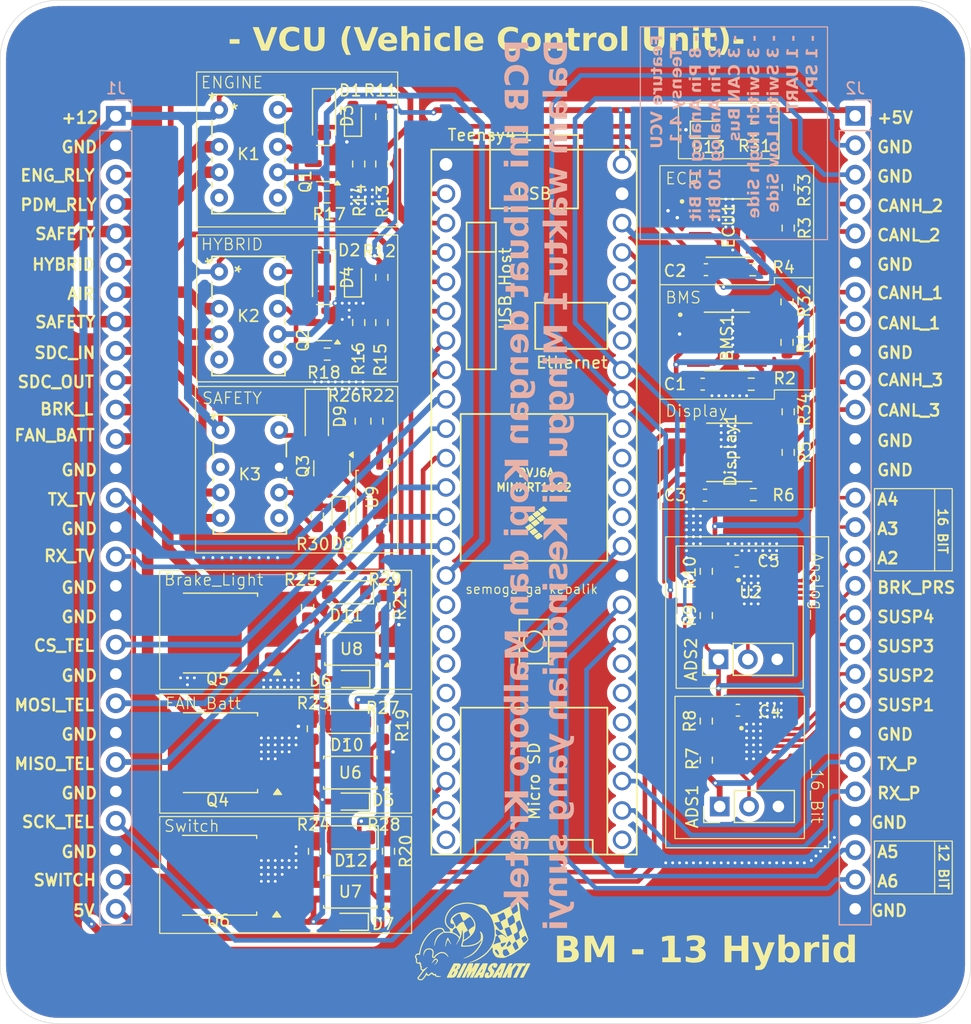
<source format=kicad_pcb>
(kicad_pcb (version 20241229) (generator "pcbnew") (generator_version "9.0")
  (layers (0 "F.Cu" signal) (2 "B.Cu" signal) (13 "F.Paste" user) (15 "B.Paste" user) (5 "F.SilkS" user "F.Silkscreen") (7 "B.SilkS" user "B.Silkscreen") (1 "F.Mask" user) (3 "B.Mask" user) (25 "Edge.Cuts" user))
  (net 0 "")
  (net 1 "+3.3V")
  (net 2 "GND")
  (net 3 "/ADR1")
  (net 4 "/ADR2")
  (net 5 "/CANL_1")
  (net 6 "/CTX1")
  (net 7 "Net-(BMS1-VREF)")
  (net 8 "/CANH_1")
  (net 9 "/CRX1")
  (net 10 "Net-(D1-A)")
  (net 11 "Net-(D1-K)")
  (net 12 "Net-(D2-A)")
  (net 13 "Net-(D2-K)")
  (net 14 "+12V")
  (net 15 "+5V")
  (net 16 "Net-(D5-K)")
  (net 17 "Net-(D6-K)")
  (net 18 "Net-(D7-K)")
  (net 19 "Net-(D8-K)")
  (net 20 "Net-(D9-A)")
  (net 21 "/FAN_BATT")
  (net 22 "/Brake_Light")
  (net 23 "/SWITCH")
  (net 24 "/CANH_3")
  (net 25 "/CRX3")
  (net 26 "Net-(Display1-VREF)")
  (net 27 "/CTX3")
  (net 28 "/CANL_3")
  (net 29 "/CANL_2")
  (net 30 "/CTX2")
  (net 31 "/CRX2")
  (net 32 "Net-(ECU1-VREF)")
  (net 33 "/CANH_2")
  (net 34 "/SCK_T")
  (net 35 "/Safety")
  (net 36 "/Engine")
  (net 37 "/AIR")
  (net 38 "/TX_TV")
  (net 39 "/SDC_IN")
  (net 40 "/Hybrid")
  (net 41 "/MOSI_T")
  (net 42 "/SDC_OUT")
  (net 43 "/PDM")
  (net 44 "/CS_T")
  (net 45 "/RX_TV")
  (net 46 "/MISO_T")
  (net 47 "/Analog1")
  (net 48 "/Analog2")
  (net 49 "/IND_Engine")
  (net 53 "/IND_Hybrid")
  (net 55 "/LED_SDC")
  (net 57 "/SDA")
  (net 58 "/SCL")
  (net 59 "Net-(R19-Pad2)")
  (net 60 "/D1_BATT")
  (net 61 "Net-(R20-Pad2)")
  (net 62 "/D3")
  (net 63 "Net-(R21-Pad2)")
  (net 64 "/D2_BL")
  (net 65 "Net-(R22-Pad2)")
  (net 66 "/D4_SDC")
  (net 67 "/RX_Pneu")
  (net 79 "/TX_Pneu")
  (net 80 "+3.3VA")
  (net 91 "Net-(Q1-G)")
  (net 92 "Net-(Q2-G)")
  (net 93 "Net-(Q4-G)")
  (net 94 "Net-(Q5-G)")
  (net 95 "Net-(Q6-G)")
  (net 96 "Net-(Q3-G)")
  (net 97 "Net-(D13-A)")
  (net 98 "Net-(BMS1-RS)")
  (net 99 "Net-(Display1-RS)")
  (net 100 "Net-(ECU1-RS)")
  (net 101 "+5VA")
  (net 102 "SUSP4")
  (net 103 "A4")
  (net 104 "SUSP3")
  (net 105 "BRK_P")
  (net 106 "A2")
  (net 107 "SUSP2")
  (net 108 "SUSP1")
  (net 109 "A3")
  (footprint "teensy:Teensy41" (layer "F.Cu") (at 116.2 111.4 -90)
    (property "Reference" "Teensy4.1")
    (property "Value" "~")
  )
  (footprint "Resistor_SMD:R_0603_1608Metric_Pad0.98x0.95mm_HandSolder" (layer "F.Cu") (at 96.6 120.5125 -90)
    (property "Reference" "R25")
    (property "Value" "10K")
  )
  (footprint "Connector_PinHeader_2.54mm:PinHeader_1x03_P2.54mm_Vertical" (layer "F.Cu") (at 132.27 137.725 90)
    (property "Reference" "ADS1")
    (property "Value" "Conn_01x03_Pin")
  )
  (footprint "Resistor_SMD:R_0603_1608Metric_Pad0.98x0.95mm_HandSolder" (layer "F.Cu") (at 138.1 97.5875 -90)
    (property "Reference" "R1")
    (property "Value" "120")
  )
  (footprint "Resistor_SMD:R_0603_1608Metric_Pad0.98x0.95mm_HandSolder" (layer "F.Cu") (at 97.45 112.6 -90)
    (property "Reference" "R30")
    (property "Value" "1K")
  )
  (footprint "Package_TO_SOT_SMD:SOT-23" (layer "F.Cu") (at 98.025 95.8725 180)
    (property "Reference" "Q2")
    (property "Value" "SQ2362CES")
  )
  (footprint "Package_TO_SOT_SMD:TO-252-2" (layer "F.Cu") (at 88.96 133.0725 180)
    (property "Reference" "Q4")
    (property "Value" "DMTH6004SK3")
  )
  (footprint "LED_SMD:LED_0603_1608Metric_Pad1.05x0.95mm_HandSolder" (layer "F.Cu") (at 131.3875 79.2)
    (property "Reference" "D13")
    (property "Value" "LED")
  )
  (footprint "Package_SO:SOP-4_4.4x2.6mm_P1.27mm" (layer "F.Cu") (at 100.4 124.1 180)
    (property "Reference" "U8")
    (property "Value" "TCMT1103")
  )
  (footprint "Capacitor_SMD:C_0603_1608Metric_Pad1.08x0.95mm_HandSolder" (layer "F.Cu") (at 133.85 129.4 180)
    (property "Reference" "C4")
    (property "Value" "100nF")
  )
  (footprint "Resistor_SMD:R_0603_1608Metric_Pad0.98x0.95mm_HandSolder" (layer "F.Cu") (at 138.2 84.1875 90)
    (property "Reference" "R33")
    (property "Value" "R_Small_US")
  )
  (footprint "Diode_SMD:D_SOD-123" (layer "F.Cu") (at 98.025 78 -90)
    (property "Reference" "D3")
    (property "Value" "D")
  )
  (footprint "Resistor_SMD:R_0603_1608Metric_Pad0.98x0.95mm_HandSolder" (layer "F.Cu") (at 97.2 141.6 -90)
    (property "Reference" "R24")
    (property "Value" "10K")
  )
  (footprint "Resistor_SMD:R_0603_1608Metric_Pad0.98x0.95mm_HandSolder" (layer "F.Cu") (at 131.11 121.2125 -90)
    (property "Reference" "R9")
    (property "Value" "4.7K")
  )
  (footprint "ADS1115:MSOP10" (layer "F.Cu") (at 135.2 132 -90)
    (property "Reference" "U1" (hide yes))
    (property "Value" "~")
  )
  (footprint "Package_TO_SOT_SMD:SOT-23" (layer "F.Cu") (at 98.025 82.1225 180)
    (property "Reference" "Q1")
    (property "Value" "SQ2362CES")
  )
  (footprint "Package_SO:SOP-4_4.4x2.6mm_P1.27mm" (layer "F.Cu") (at 100.3 145.1 180)
    (property "Reference" "U7")
    (property "Value" "TCMT1103")
  )
  (footprint "Resistor_SMD:R_0603_1608Metric_Pad0.98x0.95mm_HandSolder" (layer "F.Cu") (at 98.3 85)
    (property "Reference" "R17")
    (property "Value" "10K")
  )
  (footprint "LED_SMD:LED_0603_1608Metric_Pad1.05x0.95mm_HandSolder" (layer "F.Cu") (at 100.525 78.0975 90)
    (property "Reference" "D1")
    (property "Value" "LED")
  )
  (footprint "Resistor_SMD:R_0603_1608Metric_Pad0.98x0.95mm_HandSolder" (layer "F.Cu") (at 131.11 133.7125 -90)
    (property "Reference" "R7")
    (property "Value" "4.7K")
  )
  (footprint "Bimsak:aaaaaaaa" (layer "F.Cu") (at 110.9 149.3)
    (property "Reference" "G***" (hide yes))
    (property "Value" "LOGO" (hide yes))
  )
  (footprint "Resistor_SMD:R_0603_1608Metric_Pad0.98x0.95mm_HandSolder" (layer "F.Cu") (at 97.1 131 -90)
    (property "Reference" "R23")
    (property "Value" "10K")
  )
  (footprint "CAN Tranciver:SOIC127P599X175-8N" (layer "F.Cu") (at 132.895 97.5)
    (property "Reference" "BMS1")
    (property "Value" "SN65HVD230D" (hide yes))
  )
  (footprint "Resistor_SMD:R_0603_1608Metric_Pad0.98x0.95mm_HandSolder" (layer "F.Cu") (at 103.025 82.16 -90)
    (property "Reference" "R13")
    (property "Value" "1K")
  )
  (footprint "Capacitor_SMD:C_0603_1608Metric_Pad1.08x0.95mm_HandSolder" (layer "F.Cu") (at 130.8 101.2 180)
    (property "Reference" "C1")
    (property "Value" "100nF")
  )
  (footprint "Resistor_SMD:R_0603_1608Metric_Pad0.98x0.95mm_HandSolder" (layer "F.Cu") (at 103.6 141.6 -90)
    (property "Reference" "R20")
    (property "Value" "330")
  )
  (footprint "Resistor_SMD:R_0603_1608Metric_Pad0.98x0.95mm_HandSolder" (layer "F.Cu") (at 131.11 117.3875 90)
    (property "Reference" "R10")
    (property "Value" "4.7K")
  )
  (footprint "Package_SO:SOP-4_4.4x2.6mm_P1.27mm" (layer "F.Cu") (at 100.3 134.8 180)
    (property "Reference" "U6")
    (property "Value" "TCMT1103")
  )
  (footprint "LED_SMD:LED_0603_1608Metric_Pad1.05x0.95mm_HandSolder" (layer "F.Cu") (at 99.45 112.5975 -90)
    (property "Reference" "D8")
    (property "Value" "LED")
  )
  (footprint "Resistor_SMD:R_0603_1608Metric_Pad0.98x0.95mm_HandSolder" (layer "F.Cu") (at 100 132.4 180)
    (property "Reference" "R27")
    (property "Value" "1K")
  )
  (footprint "Resistor_SMD:R_0603_1608Metric_Pad0.98x0.95mm_HandSolder" (layer "F.Cu") (at 135.1875 79.2 180)
    (property "Reference" "R31")
    (property "Value" "1K")
  )
  (footprint "Resistor_SMD:R_0603_1608Metric_Pad0.98x0.95mm_HandSolder" (layer "F.Cu") (at 138.1 94.0875 90)
    (property "Reference" "R32")
    (property "Value" "R_Small_US")
  )
  (footprint "Resistor_SMD:R_0603_1608Metric_Pad0.98x0.95mm_HandSolder" (layer "F.Cu") (at 103.025 91.96 -90)
    (property "Reference" "R12")
    (property "Value" "330")
  )
  (footprint "CAN Tranciver:SOIC127P599X175-8N" (layer "F.Cu") (at 133.1 107.1)
    (property "Reference" "Display1")
    (property "Value" "SN65HVD230D")
  )
  (footprint "Resistor_SMD:R_0603_1608Metric_Pad0.98x0.95mm_HandSolder" (layer "F.Cu") (at 135 101.2 180)
    (property "Reference" "R2")
    (property "Value" "0")
  )
  (footprint "Resistor_SMD:R_0603_1608Metric_Pad0.98x0.95mm_HandSolder" (layer "F.Cu") (at 98.3 98.6)
    (property "Reference" "R18")
    (property "Value" "10K")
  )
  (footprint "Resistor_SMD:R_0603_1608Metric_Pad0.98x0.95mm_HandSolder" (layer "F.Cu") (at 100.2 121.3 180)
    (property "Reference" "R29")
    (property "Value" "1K")
  )
  (footprint "Package_TO_SOT_SMD:TO-252-2" (layer "F.Cu") (at 88.885 143.6725 180)
    (property "Reference" "Q6")
    (property "Value" "DMTH6004SK3")
  )
  (footprint "Package_TO_SOT_SMD:TO-252-2" (layer "F.Cu") (at 88.96 122.7275 180)
    (property "Reference" "Q5")
    (property "Value" "DMTH6004SK3")
  )
  (footprint "Relay TE Small 5 Amp:RELAY8-TH_NON-LATCH_1-COIL" (layer "F.Cu") (at 89.06 105.1708)
    (property "Reference" "K3")
    (property "Value" "IM00")
  )
  (footprint "Resistor_SMD:R_0603_1608Metric_Pad0.98x0.95mm_HandSolder" (layer "F.Cu") (at 103.025 78.06 -90)
    (property "Reference" "R11")
    (property "Value" "330")
  )
  (footprint "Resistor_SMD:R_0603_1608Metric_Pad0.98x0.95mm_HandSolder" (layer "F.Cu") (at 100.2 104.4 -90)
    (property "Reference" "R26")
    (property "Value" "10K")
  )
  (footprint "LED_SMD:LED_0603_1608Metric_Pad1.05x0.95mm_HandSolder" (layer "F.Cu") (at 100.2 147.7 180)
    (property "Reference" "D7")
    (property "Value" "LED")
  )
  (footprint "Diode_SMD:D_SOD-123" (layer "F.Cu") (at 98.025 91.9725 -90)
    (property "Reference" "D4")
    (property "Value" "D")
  )
  (footprint "Package_SO:SOP-4_4.4x2.6mm_P1.27mm" (layer "F.Cu") (at 102.2 110.9725 -90)
    (property "Reference" "U9")
    (property "Value" "TCMT1103")
  )
  (footprint "Resistor_SMD:R_0603_1608Metric_Pad0.98x0.95mm_HandSolder" (layer "F.Cu") (at 135.1825 110.75 180)
    (property "Reference" "R6")
    (property "Value" "0")
  )
  (footprint "LED_SMD:LED_0603_1608Metric_Pad1.05x0.95mm_HandSolder" (layer "F.Cu") (at 100.325 126.7 180)
    (property "Reference" "D6")
    (property "Value" "LED")
  )
  (footprint "Capacitor_SMD:C_0603_1608Metric_Pad1.08x0.95mm_HandSolder" (layer "F.Cu") (at 133.7475 116.5 180)
    (property "Reference" "C5")
    (property "Value" "100nF")
  )
  (footprint "Resistor_SMD:R_0603_1608Metric_Pad0.98x0.95mm_HandSolder" (layer "F.Cu") (at 135.1325 91.3 180)
    (property "Reference" "R4")
    (property "Value" "0")
  )
  (footprint "Resistor_SMD:R_0603_1608Metric_Pad0.98x0.95mm_HandSolder" (layer "F.Cu") (at 102.6 104.4 -90)
    (property "Reference" "R22")
    (property "Value" "330")
  )
  (footprint "Resistor_SMD:R_0603_1608Metric_Pad0.98x0.95mm_HandSolder" (layer "F.Cu") (at 131.11 130.3375 90)
    (property "Reference" "R8")
    (property "Value" "4.7K")
  )
  (footprint "Resistor_SMD:R_0603_1608Metric_Pad0.98x0.95mm_HandSolder" (layer "F.Cu") (at 138.2 107.1 -90)
    (property "Reference" "R5")
    (property "Value" "120")
  )
  (footprint "Diode_SMD:D_SOD-123" (layer "F.Cu") (at 99.95 119.2 180)
    (property "Reference" "D11")
    (property "Value" "D")
  )
  (footprint "Capacitor_SMD:C_0603_1608Metric_Pad1.08x0.95mm_HandSolder" (layer "F.Cu") (at 131.0825 91.3)
    (property "Reference" "C2")
    (property "Value" "100nF")
  )
  (footprint "Relay TE Small 5 Amp:RELAY8-TH_NON-LATCH_1-COIL" (layer "F.Cu") (at 88.945 77.4725)
    (property "Reference" "K1")
    (property "Value" "IM00")
  )
  (footprint "LED_SMD:LED_0603_1608Metric_Pad1.05x0.95mm_HandSolder" (layer "F.Cu") (at 100.3 137.3 180)
    (property "Reference" "D5")
    (property "Value" "LED")
  )
  (footprint "Package_TO_SOT_SMD:SOT-23" (layer "F.Cu") (at 98.7 108.4725 -90)
    (property "Reference" "Q3")
    (property "Value" "SQ2362CES")
  )
  (footprint "Resistor_SMD:R_0603_1608Metric_Pad0.98x0.95mm_HandSolder" (layer "F.Cu") (at 138.2 103.5875 90)
    (property "Reference" "R34")
    (property "Value" "R_Small_US")
  )
  (footprint "Capacitor_SMD:C_0603_1608Metric_Pad1.08x0.95mm_HandSolder" (layer "F.Cu") (at 131 110.8)
    (property "Reference" "C3")
    (property "Value" "100nF")
  )
  (footprint "Connector_PinHeader_2.54mm:PinHeader_1x03_P2.54mm_Vertical" (layer "F.Cu") (at 132.17 125 90)
    (property "Reference" "ADS2")
    (property "Value" "Conn_01x03_Pin")
  )
  (footprint "Resistor_SMD:R_0603_1608Metric_Pad0.98x0.95mm_HandSolder" (layer "F.Cu") (at 103.025 95.8725 -90)
    (property "Reference" "R15")
    (property "Value" "1K")
  )
  (footprint "Diode_SMD:D_SOD-123" (layer "F.Cu") (at 100 130.4 180)
    (property "Reference" "D10")
    (property "Value" "D")
  )
  (footprint "Diode_SMD:D_SOD-123" (layer "F.Cu") (at 97.4 104 -90)
    (property "Reference" "D9")
    (property "Value" "D")
  )
  (footprint "Resistor_SMD:R_0603_1608Metric_Pad0.98x0.95mm_HandSolder" (layer "F.Cu") (at 103.2 131 -90)
    (property "Reference" "R19")
    (property "Value" "330")
  )
  (footprint "Resistor_SMD:R_0603_1608Metric_Pad0.98x0.95mm_HandSolder" (layer "F.Cu") (at 103.2 120.3875 -90)
    (property "Reference" "R21")
    (property "Value" "330")
  )
  (footprint "Diode_SMD:D_SOD-123" (layer "F.Cu") (at 100.35 140.4 180)
    (property "Reference" "D12")
    (property "Value" "D")
  )
  (footprint "LED_SMD:LED_0603_1608Metric_Pad1.05x0.95mm_HandSolder" (layer "F.Cu") (at 100.525 91.9975 90)
    (property "Reference" "D2")
    (property "Value" "LED")
  )
  (footprint "CAN Tranciver:SOIC127P599X175-8N" (layer "F.Cu") (at 133.05 87.7)
    (property "Reference" "ECU1")
    (property "Value" "SN65HVD230D")
  )
  (footprint "Relay TE Small 5 Amp:RELAY8-TH_NON-LATCH_1-COIL" (layer "F.Cu") (at 88.945 91.4725)
    (property "Reference" "K2")
    (property "Value" "IM00")
  )
  (footprint "ADS1115:MSOP10" (layer "F.Cu") (at 134.96 119.2 -90)
    (property "Reference" "U2")
    (property "Value" "~")
  )
  (footprint "Resistor_SMD:R_0603_1608Metric_Pad0.98x0.95mm_HandSolder" (layer "F.Cu") (at 101.025 82.16 90)
    (property "Reference" "R14")
    (property "Value" "10K")
  )
  (footprint "Resistor_SMD:R_0603_1608Metric_Pad0.98x0.95mm_HandSolder" (layer "F.Cu") (at 101.025 95.8725 90)
    (property "Reference" "R16")
    (property "Value" "10K")
  )
  (footprint "Resistor_SMD:R_0603_1608Metric_Pad0.98x0.95mm_HandSolder" (layer "F.Cu") (at 100.2 142.4 180)
    (property "Reference" "R28")
    (property "Value" "1K")
  )
  (footprint "Resistor_SMD:R_0603_1608Metric_Pad0.98x0.95mm_HandSolder" (layer "F.Cu") (at 138.2 87.7 -90)
    (property "Reference" "R3")
    (property "Value" "120")
  )
  (footprint "Connector_PinHeader_2.54mm:PinHeader_1x28_P2.54mm_Vertical" (layer "B.Cu") (at 144 78 180)
    (property "Reference" "J2")
    (property "Value" "Conn_01x28_Pin")
  )
  (footprint "Connector_PinHeader_2.54mm:PinHeader_1x28_P2.54mm_Vertical" (layer "B.Cu") (at 80 78 180)
    (property "Reference" "J1")
    (property "Value" "Conn_01x28_Pin")
  )
  (gr_rect (start 145.662243 140.716) (end 152.4 145.288) (stroke (width 0.1)) (fill no) (layer "F.SilkS"))
  (gr_rect (start 128.4 128.2) (end 139.6 140.5) (stroke (width 0.1)) (fill no) (layer "F.SilkS"))
  (gr_line (start 127.1 92.6) (end 137 92.6) (stroke (width 0.1)) (layer "F.SilkS"))
  (gr_rect (start 87 88.3) (end 104.4 101) (stroke (width 0.1)) (fill no) (layer "F.SilkS"))
  (gr_line (start 137 92) (end 140.4 92) (stroke (width 0.1)) (layer "F.SilkS"))
  (gr_rect (start 145.662243 110.236) (end 152.4 117.348) (stroke (width 0.1)) (fill no) (layer "F.SilkS"))
  (gr_rect (start 127.1 82.3) (end 140.4 112) (stroke (width 0.1)) (fill no) (layer "F.SilkS"))
  (gr_line (start 150.876 140.716) (end 150.876 145.288) (stroke (width 0.1)) (layer "F.SilkS"))
  (gr_rect (start 86.9 101.4) (end 104.4 115.8) (stroke (width 0.1)) (fill no) (layer "F.SilkS"))
  (gr_rect (start 83.8 138.6) (end 105.6 148.7) (stroke (width 0.1)) (fill no) (layer "F.SilkS"))
  (gr_line (start 137 102.5) (end 137 101.7) (stroke (width 0.1)) (layer "F.SilkS"))
  (gr_rect (start 83.8 117.3) (end 105.6 127.6) (stroke (width 0.1)) (fill no) (layer "F.SilkS"))
  (gr_line (start 137 101.7) (end 140.4 101.7) (stroke (width 0.1)) (layer "F.SilkS"))
  (gr_rect (start 83.8 128) (end 105.6 138.3) (stroke (width 0.1)) (fill no) (layer "F.SilkS"))
  (gr_line (start 150.876 110.236) (end 150.876 117.348) (stroke (width 0.1)) (layer "F.SilkS"))
  (gr_rect (start 128.5 115.2) (end 139.5 127.5) (stroke (width 0.1)) (fill no) (layer "F.SilkS"))
  (gr_rect (start 128.7 76.9) (end 137.4 81.7) (stroke (width 0.1)) (fill no) (layer "F.SilkS"))
  (gr_line (start 127.1 102.5) (end 137 102.5) (stroke (width 0.1)) (layer "F.SilkS"))
  (gr_line (start 137 92.6) (end 137 92) (stroke (width 0.1)) (layer "F.SilkS"))
  (gr_rect (start 87 74.2) (end 104.4 87.6) (stroke (width 0.1)) (fill no) (layer "F.SilkS"))
  (gr_rect (start 127.6 114.4) (end 141.7 141.3) (stroke (width 0.1)) (fill no) (layer "F.SilkS"))
  (gr_rect (start 125.4 70.3) (end 141.6 88.7) (stroke (width 0.1)) (fill no) (layer "B.SilkS"))
  (gr_line (start 75 156.5) (end 149 156.5) (stroke (width 0.05)) (layer "Edge.Cuts"))
  (gr_line (start 149 68) (end 75 68) (stroke (width 0.05)) (layer "Edge.Cuts"))
  (gr_arc (start 70 73) (mid 71.464466 69.464466) (end 75 68) (stroke (width 0.05)) (layer "Edge.Cuts"))
  (gr_line (start 70 73) (end 70 151.5) (stroke (width 0.05)) (layer "Edge.Cuts"))
  (gr_line (start 154 151.5) (end 154 73) (stroke (width 0.05)) (layer "Edge.Cuts"))
  (gr_arc (start 75 156.5) (mid 71.464466 155.035534) (end 70 151.5) (stroke (width 0.05)) (layer "Edge.Cuts"))
  (gr_arc (start 149 68) (mid 152.535534 69.464466) (end 154 73) (stroke (width 0.05)) (layer "Edge.Cuts"))
  (gr_arc (start 154 151.5) (mid 152.535534 155.035534) (end 149 156.5) (stroke (width 0.05)) (layer "Edge.Cuts"))
  (gr_text "GND\n" (at 75.184 109.22 0) (layer "F.SilkS") (effects (font (size 1 1) (thickness 0.2) (bold yes)) (justify left bottom)))
  (gr_text "ENGINE" (at 87.3 75.7 0) (layer "F.SilkS") (effects (font (size 1 1) (thickness 0.1)) (justify left bottom)))
  (gr_text "CANL_1\n" (at 145.796 96.52 0) (layer "F.SilkS") (effects (font (size 1 1) (thickness 0.2) (bold yes)) (justify left bottom)))
  (gr_text "SAFETY" (at 87.4 103 0) (layer "F.SilkS") (effects (font (size 1 1) (thickness 0.1)) (justify left bottom)))
  (gr_text "SWITCH\n\n" (at 72.762772 146.292416 0) (layer "F.SilkS") (effects (font (size 1 1) (thickness 0.2) (bold yes)) (justify left bottom)))
  (gr_text "GND\n" (at 145.288 139.7 0) (layer "F.SilkS") (effects (font (size 1 1) (thickness 0.2) (bold yes)) (justify left bottom)))
  (gr_text "A5" (at 145.796 142.24 0) (layer "F.SilkS") (effects (font (size 1 1) (thickness 0.2) (bold yes)) (justify left bottom)))
  (gr_text "SAFETY" (at 72.903171 96.423472 0) (layer "F.SilkS") (effects (font (size 1 1) (thickness 0.2) (bold yes)) (justify left bottom)))
  (gr_text "GND\n" (at 145.796 99.06 0) (layer "F.SilkS") (effects (font (size 1 1) (thickness 0.2) (bold yes)) (justify left bottom)))
  (gr_text "GND\n" (at 75.184 132.08 0) (layer "F.SilkS") (effects (font (size 1 1) (thickness 0.2) (bold yes)) (justify left bottom)))
  (gr_text "GND\n" (at 145.796 81.28 0) (layer "F.SilkS") (effects (font (size 1 1) (thickness 0.2) (bold yes)) (justify left bottom)))
  (gr_text "Display" (at 127.5 104.1 0) (layer "F.SilkS") (effects (font (size 1 1) (thickness 0.1)) (justify left bottom)))
  (gr_text "+5V" (at 145.796 78.74 0) (layer "F.SilkS") (effects (font (size 1 1) (thickness 0.2) (bold yes)) (justify left bottom)))
  (gr_text "- VCU (Vehicle Control Unit)-" (at 89.7 72.7 0) (layer "F.SilkS") (effects (font (size 2 2) (thickness 0.2) (bold yes) (italic yes)) (justify left bottom)))
  (gr_text "CANH_1\n\n" (at 145.796 95.504 0) (layer "F.SilkS") (effects (font (size 1 1) (thickness 0.2) (bold yes)) (justify left bottom)))
  (gr_text "CANL_2\n" (at 145.796 88.9 0) (layer "F.SilkS") (effects (font (size 1 1) (thickness 0.2) (bold yes)) (justify left bottom)))
  (gr_text "SDC_OUT" (at 71.386893 101.592897 0) (layer "F.SilkS") (effects (font (size 1 1) (thickness 0.2) (bold yes)) (justify left bottom)))
  (gr_text "+12\n" (at 75.184 78.74 0) (layer "F.SilkS") (effects (font (size 1 1) (thickness 0.2) (bold yes)) (justify left bottom)))
  (gr_text "SDC_IN" (at 72.836293 99.072203 0) (layer "F.SilkS") (effects (font (size 1 1) (thickness 0.2) (bold yes)) (justify left bottom)))
  (gr_text "BRK_PRS" (at 145.796 119.38 0) (layer "F.SilkS") (effects (font (size 1 1) (thickness 0.2) (bold yes)) (justify left bottom)))
  (gr_text "GND\n" (at 145.796 91.44 0) (layer "F.SilkS") (effects (font (size 1 1) (thickness 0.2) (bold yes)) (justify left bottom)))
  (gr_text "Switch" (at 84.1 140 0) (layer "F.SilkS") (effects (font (size 1 1) (thickness 0.1)) (justify left bottom)))
  (gr_text "FAN_Batt" (at 84.2 129.4 0) (layer "F.SilkS") (effects (font (size 1 1) (thickness 0.1)) (justify left bottom)))
  (gr_text "BM - 13 Hybrid" (at 117.9 151.57672 0) (layer "F.SilkS") (effects (font (size 2.25 2.25) (thickness 0.4) (bold yes) (italic yes)) (justify left bottom)))
  (gr_text "MISO_TEL\n" (at 71.12 134.62 0) (layer "F.SilkS") (effects (font (size 1 1) (thickness 0.2) (bold yes)) (justify left bottom)))
  (gr_text "FAN_BATT" (at 71.12 106.215711 0) (layer "F.SilkS") (effects (font (size 1 1) (thickness 0.2) (bold yes)) (justify left bottom)))
  (gr_text "RX_TV\n" (at 73.679305 116.645085 0) (layer "F.SilkS") (effects (font (size 1 1) (thickness 0.2) (bold yes)) (justify left bottom)))
  (gr_text "SUSP1\n" (at 145.796 129.54 0) (layer "F.SilkS") (effects (font (size 1 1) (thickness 0.2) (bold yes)) (justify left bottom)))
  (gr_text "A3" (at 145.796 114.3 0) (layer "F.SilkS") (effects (font (size 1 1) (thickness 0.2) (bold yes)) (justify left bottom)))
  (gr_text "A6\n" (at 145.796 144.78 0) (layer "F.SilkS") (effects (font (size 1 1) (thickness 0.2) (bold yes)) (justify left bottom)))
  (gr_text "ENG_RLY\n\n" (at 71.628 85.344 0) (layer "F.SilkS") (effects (font (size 1 1) (thickness 0.2) (bold yes)) (justify left bottom)))
  (gr_text "5V\n" (at 76.2 147.32 0) (layer "F.SilkS") (effects (font (size 1 1) (thickness 0.2) (bold yes)) (justify left bottom)))
  (gr_text "SUSP4\n" (at 145.796 121.92 0) (layer "F.SilkS") (effects (font (size 1 1) (thickness 0.2) (bold yes)) (justify left bottom)))
  (gr_text "Analog_                _16_Bit" (at 140.1 115.7 270) (layer "F.SilkS") (effects (font (size 1 1) (thickness 0.1)) (justify left bottom)))
  (gr_text "GND\n" (at 145.796 83.82 0) (layer "F.SilkS") (effects (font (size 1 1) (thickness 0.2) (bold yes)) (justify left bottom)))
  (gr_text "GND\n" (at 145.796 109.22 0) (layer "F.SilkS") (effects (font (size 1 1) (thickness 0.2) (bold yes)) (justify left bottom)))
  (gr_text "SUSP2" (at 145.796 127 0) (layer "F.SilkS") (effects (font (size 1 1) (thickness 0.2) (bold yes)) (justify left bottom)))
  (gr_text "12 BIT\n" (at 151.183054 140.869372 270) (layer "F.SilkS") (effects (font (size 0.8 0.8) (thickness 0.16) (bold yes)) (justify left bottom)))
  (gr_text "SUSP3" (at 145.796 124.46 0) (layer "F.SilkS") (effects (font (size 1 1) (thickness 0.2) (bold yes)) (justify left bottom)))
  (gr_text "HYBRID" (at 87.3 89.7 0) (layer "F.SilkS") (effects (font (size 1 1) (thickness 0.1)) (justify left bottom)))
  (gr_text "GND\n" (at 75.184 114.3 0) (layer "F.SilkS") (effects (font (size 1 1) (thickness 0.2) (bold yes)) (justify left bottom)))
  (gr_text "16 BIT" (at 151.101041 111.838461 270) (layer "F.SilkS") (effects (font (size 0.8 0.8) (thickness 0.16) (bold yes)) (justify left bottom)))
  (gr_text "SCK_TEL\n" (at 71.757275 139.646423 0) (layer "F.SilkS") (effects (font (size 1 1) (thickness 0.2) (bold yes)) (justify left bottom)))
  (gr_text "MOSI_TEL" (at 71.12 129.54 0) (layer "F.SilkS") (effects (font (size 1 1) (thickness 0.2) (bold yes)) (justify left bottom)))
  (gr_text "A2\n" (at 145.796 116.84 0) (layer "F.SilkS") (effects (font (size 1 1) (thickness 0.2) (bold yes)) (justify left bottom)))
  (gr_text "TX_P" (at 145.796 134.62 0) (layer "F.SilkS") (effects (font (size 1 1) (thickness 0.2) (bold yes)) (justify left bottom)))
  (gr_text "PDM_RLY\n\n" (at 71.628 87.884 0) (layer "F.SilkS") (effects (font (size 1 1) (thickness 0.2) (bold yes)) (justify left bottom)))
  (gr_text "TX_TV\n" (at 73.994392 111.761239 0) (layer "F.SilkS") (effects (font (size 1 1) (thickness 0.2) (bold yes)) (justify left bottom)))
  (gr_text "GND\n" (at 75.184 121.92 0) (layer "F.SilkS") (effects (font (size 1 1) (thickness 0.2) (bold yes)) (justify left bottom)))
  (gr_text "CS_TEL\n\n" (at 72.797062 126.003164 0) (layer "F.SilkS") (effects (font (size 1 1) (thickness 0.2) (bold yes)) (justify left bottom)))
  (gr_text "GND\n" (at 75.184 137.16 0) (layer "F.SilkS") (effects (font (size 1 1) (thickness 0.2) (bold yes)) (justify left bottom)))
  (gr_text "A4\n" (at 145.796 111.76 0) (layer "F.SilkS") (effects (font (size 1 1) (thickness 0.2) (bold yes)) (justify left bottom)))
  (gr_text "GND\n" (at 75.184 119.38 0) (layer "F.SilkS") (effects (font (size 1 1) (thickness 0.2) (bold yes)) (justify left bottom)))
  (gr_text "GND\n" (at 145.796 132.08 0) (layer "F.SilkS") (effects (font (size 1 1) (thickness 0.2) (bold yes)) (justify left bottom)))
  (gr_text "BRK_L\n" (at 73.332709 103.947086 0) (layer "F.SilkS") (effects (font (size 1 1) (thickness 0.2) (bold yes)) (justify left bottom)))
  (gr_text "ECU" (at 127.5 84 0) (layer "F.SilkS") (effects (font (size 1 1) (thickness 0.1)) (justify left bottom)))
  (gr_text "CANL_3\n\n" (at 145.796 105.664 0) (layer "F.SilkS") (effects (font (size 1 1) (thickness 0.2) (bold yes)) (justify left bottom)))
  (gr_text "AIR" (at 75.692 93.98 0) (layer "F.SilkS") (effects (font (size 1 1) (thickness 0.2) (bold yes)) (justify left bottom)))
  (gr_text "CANH_3\n\n\n" (at 145.796 104.648 0) (layer "F.SilkS") (effects (font (size 1 1) (thickness 0.2) (bold yes)) (justify left bottom)))
  (gr_text "RX_P" (at 145.796 137.16 0) (layer "F.SilkS") (effects (font (size 1 1) (thickness 0.2) (bold yes)) (justify left bottom)))
  (gr_text "SAFETY" (at 72.903171 88.798371 0) (layer "F.SilkS") (effects (font (size 1 1) (thickness 0.2) (bold yes)) (justify left bottom)))
  (gr_text "Brake_Light" (at 84.1 118.7 0) (layer "F.SilkS") (effects (font (size 1 1) (thickness 0.1)) (justify left bottom)))
  (gr_text "CANH_2\n" (at 145.796 86.36 0) (layer "F.SilkS") (effects (font (size 1 1) (thickness 0.2) (bold yes)) (justify left bottom)))
  (gr_text "GND\n" (at 75.184 81.28 0) (layer "F.SilkS") (effects (font (size 1 1) (thickness 0.2) (bold yes)) (justify left bottom)))
  (gr_text "GND\n" (at 75.184 142.24 0) (layer "F.SilkS") (effects (font (size 1 1) (thickness 0.2) (bold yes)) (justify left bottom)))
  (gr_text "HYBRID\n" (at 72.644 91.44 0) (layer "F.SilkS") (effects (font (size 1 1) (thickness 0.2) (bold yes)) (justify left bottom)))
  (gr_text "GND\n" (at 145.288 147.32 0) (layer "F.SilkS") (effects (font (size 1 1) (thickness 0.2) (bold yes)) (justify left bottom)))
  (gr_text "GND\n" (at 145.796 106.68 0) (layer "F.SilkS") (effects (font (size 1 1) (thickness 0.2) (bold yes)) (justify left bottom)))
  (gr_text "BMS" (at 127.5 94.3 0) (layer "F.SilkS") (effects (font (size 1 1) (thickness 0.1)) (justify left bottom)))
  (gr_text "GND\n" (at 75.184 127 0) (layer "F.SilkS") (effects (font (size 1 1) (thickness 0.2) (bold yes)) (justify left bottom)))
  (gr_text "PCB Ini dibuat dengan Kopi dan Malboro Kretek\nDalam waktu 1 Minggu di Kesindirian yang sunyi" (at 119.4 71.4 90) (layer "B.SilkS") (effects (font (size 2 2) (thickness 0.2) (bold yes) (italic yes)) (justify left bottom mirror)))
  (gr_text "Feature VCU\n- Teensy 4.1\n- 8 Pin Analog 16 Bit\n- 2 Pin Analog 10 Bit\n- 3 CAN Bus\n- 3 Switch High Side\n- 3 Switch Low Side\n- 1 UART\n- 1 SPI" (at 140.9 71 90) (layer "B.SilkS") (effects (font (size 1 1) (thickness 0.2) (bold yes) (italic yes)) (justify left bottom mirror)))
  (segment (start 132.17 125) (end 132.01 125.16) (width 0.4) (layer "F.Cu") (net 1))
  (segment (start 132.17 129) (end 132.17 129.255) (width 0.4) (layer "F.Cu") (net 1))
  (segment (start 132.9625 129.425) (end 132.9875 129.4) (width 0.4) (layer "F.Cu") (net 1))
  (segment (start 131.945 92.145) (end 132.6 92.8) (width 0.4) (layer "F.Cu") (net 1))
  (segment (start 132 129.425) (end 132.9625 129.425) (width 0.4) (layer "F.Cu") (net 1))
  (segment (start 128.5 99.5) (end 128.5 100.3) (width 0.4) (layer "F.Cu") (net 1))
  (segment (start 132.9875 129.4) (end 132.565 129.4) (width 0.25) (layer "F.Cu") (net 1))
  (segment (start 131.8625 110.8) (end 131.8625 113.5) (width 0.4) (layer "F.Cu") (net 1))
  (segment (start 128.5 98.9) (end 128.5 99.5) (width 0.4) (layer "F.Cu") (net 1))
  (segment (start 131.8625 111.0375) (end 131.9 111.075) (width 0.4) (layer "F.Cu") (net 1))
  (segment (start 132.17 129.005) (end 131.75 129.425) (width 0.4) (layer "F.Cu") (net 1))
  (segment (start 133.15 131) (end 133.15 129.5625) (width 0.3) (layer "F.Cu") (net 1))
  (segment (start 131.635 88.335) (end 132.2 88.9) (width 0.4) (layer "F.Cu") (net 1))
  (segment (start 133.15 129.5625) (end 132.9875 129.4) (width 0.3) (layer "F.Cu") (net 1))
  (segment (start 131.11 123.94) (end 132.17 125) (width 0.3) (layer "F.Cu") (net 1))
  (segment (start 132.17 127.5) (end 132.17 129) (width 0.4) (layer "F.Cu") (net 1))
  (segment (start 131.11 122.125) (end 131.11 123.94) (width 0.3) (layer "F.Cu") (net 1))
  (segment (start 131.8625 116) (end 131.8625 116.3625) (width 0.4) (layer "F.Cu") (net 1))
  (segment (start 132.25 136.05) (end 132.27 136.03) (width 0.5) (layer "F.Cu") (net 1))
  (segment (start 129.4 101.2) (end 129.9375 101.2) (width 0.4) (layer "F.Cu") (net 1))
  (segment (start 132.17 129) (end 132.17 129.005) (width 0.4) (layer "F.Cu") (net 1))
  (segment (start 131.75 116.475) (end 132.25 116.475) (width 0.3) (layer "F.Cu") (net 1))
  (segment (start 132.885 118.175) (end 132.91 118.2) (width 0.25) (layer "F.Cu") (net 1))
  (segment (start 132.25 116.3875) (end 131.8625 116) (width 0.3) (layer "F.Cu") (net 1))
  (segment (start 131.8625 110.8) (end 131.8625 110.7375) (width 0.4) (layer "F.Cu") (net 1))
  (segment (start 131.8625 110.8) (end 131.8625 111.0375) (width 0.4) (layer "F.Cu") (net 1))
  (segment (start 132.565 129.4) (end 132.17 129.005) (width 0.25) (layer "F.Cu") (net 1))
  (segment (start 132.2 91.045) (end 131.945 91.3) (width 0.4) (layer "F.Cu") (net 1))
  (segment (start 132.91 116.525) (end 132.885 116.5) (width 0.25) (layer "F.Cu") (net 1))
  (segment (start 132.2 108.320001) (end 131.614999 107.735) (width 0.4) (layer "F.Cu") (net 1))
  (segment (start 130.58 88.335) (end 131.635 88.335) (width 0.4) (layer "F.Cu") (net 1))
  (segment (start 132.17 125) (end 132.17 127.5) (width 0.4) (layer "F.Cu") (net 1))
  (segment (start 131.11 129.425) (end 131.75 129.425) (width 0.4) (layer "F.Cu") (net 1))
  (segment (start 132.25 116.475) (end 132.25 116.3875) (width 0.3) (layer "F.Cu") (net 1))
  (segment (start 132.86 116.475) (end 132.885 116.5) (width 0.3) (layer "F.Cu") (net 1))
  (segment (start 131.11 134.91) (end 131.9 135.7) (width 0.5) (layer "F.Cu") (net 1))
  (segment (start 128.5 100.3) (end 129.4 101.2) (width 0.4) (layer "F.Cu") (net 1))
  (segment (start 132.27 136.03) (end 132.27 137.725) (width 0.5) (layer "F.Cu") (net 1))
  (segment (start 131.75 129.425) (end 132 129.425) (width 0.4) (layer "F.Cu") (net 1))
  (segment (start 131.3875 116.475) (end 131.8625 116) (width 0.3) (layer "F.Cu") (net 1))
  (segment (start 131.9 135.7) (end 132.25 136.05) (width 0.5) (layer "F.Cu") (net 1))
  (segment (start 131.11 116.475) (end 131.3875 116.475) (width 0.3) (layer "F.Cu") (net 1))
  (segment (start 132.2 88.9) (end 132.2 91.045) (width 0.4) (layer "F.Cu") (net 1))
  (segment (start 131.614999 107.735) (end 130.63 107.735) (width 0.4) (layer "F.Cu") (net 1))
  (segment (start 131.11 134.625) (end 131.11 134.91) (width 0.5) (layer "F.Cu") (net 1))
  (segment (start 131.11 116.475) (end 131.75 116.475) (width 0.3) (layer "F.Cu") (net 1))
  (segment (start 130.425 98.135) (end 129.265 98.135) (width 0.4) (layer "F.Cu") (net 1))
  (segment (start 132.25 116.475) (end 132.86 116.475) (width 0.3) (layer "F.Cu") (net 1))
  (segment (start 131.8625 110.7375) (end 132.2 110.4) (width 0.4) (layer "F.Cu") (net 1))
  (segment (start 131.8625 113.5) (end 131.8625 116) (width 0.4) (layer "F.Cu") (net 1))
  (segment (start 132.2 110.4) (end 132.2 108.320001) (width 0.4) (layer "F.Cu") (net 1))
  (segment (start 132.885 116.5) (end 132.885 118.175) (width 0.25) (layer "F.Cu") (net 1))
  (segment (start 131.945 91.3) (end 131.945 92.145) (width 0.4) (layer "F.Cu") (net 1))
  (segment (start 132.17 129.255) (end 132 129.425) (width 0.4) (layer "F.Cu") (net 1))
  (segment (start 129.265 98.135) (end 128.5 98.9) (width 0.4) (layer "F.Cu") (net 1))
  (via (at 132.17 127.5) (size 0.5) (drill 0.25) (layers "F.Cu" "B.Cu") (net 1))
  (via (at 132.6 92.8) (size 0.5) (drill 0.25) (layers "F.Cu" "B.Cu") (net 1))
  (via (at 131.9 135.7) (size 0.5) (drill 0.25) (layers "F.Cu" "B.Cu") (net 1))
  (via (at 131.8625 113.5) (size 0.5) (drill 0.25) (layers "F.Cu" "B.Cu") (net 1))
  (via (at 128.5 99.5) (size 0.5) (drill 0.25) (layers "F.Cu" "B.Cu") (net 1))
  (segment (start 128.7 99.3) (end 128.5 99.5) (width 0.5) (layer "B.Cu") (net 1))
  (segment (start 139.8 126.7) (end 139.2 127.3) (width 0.5) (layer "B.Cu") (net 1))
  (segment (start 139.8 130.9) (end 135 135.7) (width 0.5) (layer "B.Cu") (net 1))
  (segment (start 139.8 112.8) (end 139.8 113.4) (width 0.5) (layer "B.Cu") (net 1))
  (segment (start 139.8 126.6) (end 139.8 126.7) (width 0.5) (layer "B.Cu") (net 1))
  (segment (start 137.2 92) (end 137.7 92.5) (width 0.5) (layer "B.Cu") (net 1))
  (segment (start 139.2 127.3) (end 132.37 127.3) (width 0.5) (layer "B.Cu") (net 1))
  (segment (start 139.8 126.6) (end 139.8 127.3) (width 0.5) (layer "B.Cu") (net 1))
  (segment (start 136.4 92.8) (end 136.8 92.4) (width 0.4) (layer "B.Cu") (net 1))
  (segment (start 132.37 127.3) (end 132.17 127.5) (width 0.5) (layer "B.Cu") (net 1))
  (segment (start 135 135.7) (end 131.9 135.7) (width 0.5) (layer "B.Cu") (net 1))
  (segment (start 139.2 99.3) (end 139.8 99.9) (width 0.5) (layer "B.Cu") (net 1))
  (segment (start 139.8 114) (end 139.2 113.4) (width 0.5) (layer "B.Cu") (net 1))
  (segment (start 139.8 127.3) (end 139.8 128.1) (width 0.5) (layer "B.Cu") (net 1))
  (segment (start 123.82 87.27) (end 124.95 88.4) (width 0.5) (layer "B.Cu") (net 1))
  (segment (start 139.2 127.3) (end 139.8 127.9) (width 0.5) (layer "B.Cu") (net 1))
  (segment (start 124.95 88.4) (end 133.6 88.4) (width 0.5) (layer "B.Cu") (net 1))
  (segment (start 136.8 92.4) (end 137.2 92) (width 0.4) (layer "B.Cu") (net 1))
  (segment (start 139.8 99.3) (end 139.2 99.3) (width 0.5) (layer "B.Cu") (net 1))
  (segment (start 139.8 99.9) (end 139.8 112.8) (width 0.5) (layer "B.Cu") (net 1))
  (segment (start 139.8 98.7) (end 139.8 99.3) (width 0.5) (layer "B.Cu") (net 1))
  (segment (start 139.1 113.4) (end 131.9625 113.4) (width 0.5) (layer "B.Cu") (net 1))
  (segment (start 133.6 88.4) (end 136.7 91.5) (width 0.5) (layer "B.Cu") (net 1))
  (segment (start 137.7 92.5) (end 139.8 94.6) (width 0.5) (layer "B.Cu") (net 1))
  (segment (start 139.8 113.4) (end 139.8 114) (width 0.5) (layer "B.Cu") (net 1))
  (segment (start 136.8 91.6) (end 136.8 92.4) (width 0.5) (layer "B.Cu") (net 1))
  (segment (start 136.7 91.5) (end 136.8 91.6) (width 0.5) (layer "B.Cu") (net 1))
  (segment (start 137.5 92.3) (end 136.9 92.3) (width 0.5) (layer "B.Cu") (net 1))
  (segment (start 139.8 99.3) (end 139.8 99.9) (width 0.5) (layer "B.Cu") (net 1))
  (segment (start 132.6 92.8) (end 136.4 92.8) (width 0.4) (layer "B.Cu") (net 1))
  (segment (start 139.2 99.3) (end 128.7 99.3) (width 0.5) (layer "B.Cu") (net 1))
  (segment (start 139.2 113.4) (end 139.1 113.4) (width 0.5) (layer "B.Cu") (net 1))
  (segment (start 137.7 92.5) (end 137.5 92.3) (width 0.5) (layer "B.Cu") (net 1))
  (segment (start 139.2 99.3) (end 139.8 98.7) (width 0.5) (layer "B.Cu") (net 1))
  (segment (start 139.8 94.6) (end 139.8 98.7) (width 0.5) (layer "B.Cu") (net 1))
  (segment (start 139.8 112.8) (end 139.2 113.4) (width 0.5) (layer "B.Cu") (net 1))
  (segment (start 136.9 92.3) (end 136.8 92.4) (width 0.5) (layer "B.Cu") (net 1))
  (segment (start 131.9625 113.4) (end 131.8625 113.5) (width 0.5) (layer "B.Cu") (net 1))
  (segment (start 139.8 113.4) (end 139.1 113.4) (width 0.5) (layer "B.Cu") (net 1))
  (segment (start 136.7 91.5) (end 137.2 92) (width 0.5) (layer "B.Cu") (net 1))
  (segment (start 139.8 128.1) (end 139.8 130.9) (width 0.5) (layer "B.Cu") (net 1))
  (segment (start 139.8 127.3) (end 139.2 127.3) (width 0.5) (layer "B.Cu") (net 1))
  (segment (start 139.8 127.9) (end 139.8 128.1) (width 0.5) (layer "B.Cu") (net 1))
  (segment (start 139.8 114) (end 139.8 126.6) (width 0.5) (layer "B.Cu") (net 1))
  (segment (start 101.4 107.62) (end 101.4 104.65) (width 0.4) (layer "F.Cu") (net 2))
  (segment (start 96.914199 108.370801) (end 97.75 107.535) (width 0.4) (layer "F.Cu") (net 2))
  (segment (start 98.9625 81.1725) (end 100 81.1725) (width 0.4) (layer "F.Cu") (net 2))
  (segment (start 128.865 87.065) (end 128.6 86.8) (width 0.4) (layer "F.Cu") (net 2))
  (segment (start 100.9 98.6) (end 101 98.5) (width 0.4) (layer "F.Cu") (net 2))
  (segment (start 100.95 81.1725) (end 101.025 81.2475) (width 0.4) (layer "F.Cu") (net 2))
  (segment (start 132.91 118.7) (end 134.1 118.7) (width 0.3) (layer "F.Cu") (net 2))
  (segment (start 130.5125 79.2) (end 129.35 79.2) (width 0.5) (layer "F.Cu") (net 2))
  (segment (start 131.6625 101.2) (end 134.0875 101.2) (width 0.4) (layer "F.Cu") (net 2))
  (segment (start 134.1 118.7) (end 134.4 119) (width 0.3) (layer "F.Cu") (net 2))
  (segment (start 104.5 122.5) (end 103.5875 123.4125) (width 0.4) (layer "F.Cu") (net 2))
  (segment (start 101.565 107.785) (end 101.4 107.62) (width 0.4) (layer "F.Cu") (net 2))
  (segment (start 94 130.7925) (end 95.8 130.7925) (width 0.4) (layer "F.Cu") (net 2))
  (segment (start 104 133.6525) (end 103.4875 134.165) (width 0.4) (layer "F.Cu") (net 2))
  (segment (start 101.4 104.65) (end 100.2375 103.4875) (width 0.4) (layer "F.Cu") (net 2))
  (segment (start 103.5875 123.4125) (end 103.5875 123.465) (width 0.4) (layer "F.Cu") (net 2))
  (segment (start 143.84 131.5) (end 144 131.34) (width 0.3) (layer "F.Cu") (net 2))
  (segment (start 104.5 122) (end 104.5 122.5) (width 0.4) (layer "F.Cu") (net 2))
  (segment (start 100.2375 103.4875) (end 100.2 103.4875) (width 0.4) (layer "F.Cu") (net 2))
  (segment (start 130.58 87.065) (end 128.865 87.065) (width 0.4) (layer "F.Cu") (net 2))
  (segment (start 101 94.9225) (end 101.025 94.8975) (width 0.4) (layer "F.Cu") (net 2))
  (segment (start 94.14 108.370801) (end 96.914199 108.370801) (width 0.4) (layer "F.Cu") (net 2))
  (segment (start 134.3 131.5) (end 134.6 131.8) (width 0.3) (layer "F.Cu") (net 2))
  (segment (start 128.8 96.865) (end 130.425 96.865) (width 0.4) (layer "F.Cu") (net 2))
  (segment (start 100 81.1725) (end 100.95 81.1725) (width 0.4) (layer "F.Cu") (net 2))
  (segment (start 95.8 130.7925) (end 96.395 130.7925) (width 0.4) (layer "F.Cu") (net 2))
  (segment (start 129.1 91.3) (end 130.22 91.3) (width 0.4) (layer "F.Cu") (net 2))
  (segment (start 133.15 131.5) (end 134.3 131.5) (width 0.3) (layer "F.Cu") (net 2))
  (segment (start 104 133) (end 104 133.6525) (width 0.4) (layer "F.Cu") (net 2))
  (segment (start 100 81.1725) (end 100 80.25) (width 0.4) (layer "F.Cu") (net 2))
  (segment (start 101.025 94.8975) (end 101.25 94.8975) (width 0.4) (layer "F.Cu") (net 2))
  (segment (start 96.395 130.7925) (end 97.1 130.0875) (width 0.4) (layer "F.Cu") (net 2))
  (segment (start 99.2125 98.6) (end 100.9 98.6) (width 0.4) (layer "F.Cu") (net 2))
  (segment (start 101.12 81.5225) (end 101.145 81.5475) (width 0.4) (layer "F.Cu") (net 2))
  (via (at 130 142.6) (size 0.5) (drill 0.25) (layers "F.Cu" "B.Cu") (net 2))
  (via (at 129.4 116.2) (size 0.5) (drill 0.25) (layers "F.Cu" "B.Cu") (net 2))
  (via (at 92.6 143.6) (size 0.5) (drill 0.25) (layers "F.Cu" "B.Cu") (net 2))
  (via (at 94.4 132.4) (size 0.5) (drill 0.25) (layers "F.Cu" "B.Cu") (net 2))
  (via (at 100.4 84.4) (size 0.5) (drill 0.25) (layers "F.Cu" "B.Cu") (net 2))
  (via (at 95.8 126.2) (size 0.5) (drill 0.25) (layers "F.Cu" "B.Cu") (net 2))
  (via (at 133.4 97.2) (size 0.5) (drill 0.25) (layers "F.Cu" "B.Cu") (net 2))
  (via (at 128.2 142.6) (size 0.5) (drill 0.25) (layers "F.Cu" "B.Cu") (net 2))
  (via (at 132.4 106.6) (size 0.5) (drill 0.25) (layers "F.Cu" "B.Cu") (net 2))
  (via (at 129.4 115) (size 0.5) (drill 0.25) (layers "F.Cu" "B.Cu") (net 2))
  (via (at 134.6 133) (size 0.5) (drill 0.25) (layers "F.Cu" "B.Cu") (net 2))
  (via (at 95.6 141.8) (size 0.5) (drill 0.25) (layers "F.Cu" "B.Cu") (net 2))
  (via (at 95.2 127.4) (size 0.5) (drill 0.25) (layers "F.Cu" "B.Cu") (net 2))
  (via (at 133.4 96) (size 0.5) (drill 0.25) (layers "F.Cu" "B.Cu") (net 2))
  (via (at 95.8 130.7925) (size 0.6) (drill 0.3) (layers "F.Cu" "B.Cu") (net 2))
  (via (at 133.4 85.2) (size 0.5) (drill 0.25) (layers "F.Cu" "B.Cu") (net 2))
  (via (at 133 107.2) (size 0.5) (drill 0.25) (layers "F.Cu" "B.Cu") (net 2))
  (via (at 93.2 116.2) (size 0.5) (drill 0.25) (layers "F.Cu" "B.Cu") (net 2))
  (via (at 133.6 106) (size 0.5) (drill 0.25) (layers "F.Cu" "B.Cu") (net 2))
  (via (at 132.8 102.2) (size 0.5) (drill 0.25) (layers "F.Cu" "B.Cu") (net 2))
  (via (at 133.4 89.6) (size 0.5) (drill 0.25) (layers "F.Cu" "B.Cu") (net 2))
  (via (at 134.4 118.4) (size 0.5) (drill 0.25) (layers "F.Cu" "B.Cu") (net 2))
  (via (at 94.6 126.8) (size 0.5) (drill 0.25) (layers "F.Cu" "B.Cu") (net 2))
  (via (at 93.8 133) (size 0.5) (drill 0.25) (layers "F.Cu" "B.Cu") (net 2))
  (via (at 137.2 115.6) (size 0.5) (drill 0.25) (layers "F.Cu" "B.Cu") (net 2))
  (via (at 94.4 143.6) (size 0.5) (drill 0.25) (layers "F.Cu" "B.Cu") (net 2))
  (via (at 133 105.4) (size 0.5) (drill 0.25) (layers "F.Cu" "B.Cu") (net 2))
  (via (at 130 112) (size 0.5) (drill 0.25) (layers "F.Cu" "B.Cu") (net 2))
  (via (at 132.2 87) (size 0.5) (drill 0.25) (layers "F.Cu" "B.Cu") (net 2))
  (via (at 142.2 140.4) (size 0.5) (drill 0.25) (layers "F.Cu" "B.Cu") (net 2))
  (via (at 135.4 115.6) (size 0.5) (drill 0.25) (layers "F.Cu" "B.Cu") (net 2))
  (via (at 132.4 105.4) (size 0.5) (drill 0.25) (layers "F.Cu" "B.Cu") (net 2))
  (via (at 93.8 143) (size 0.5) (drill 0.25) (layers "F.Cu" "B.Cu") (net 2))
  (via (at 101.6 84.4) (size 0.5) (drill 0.25) (layers "F.Cu" "B.Cu") (net 2))
  (via (at 102.2 84.4) (size 0.5) (drill 0.25) (layers "F.Cu" "B.Cu") (net 2))
  (via (at 133 142.6) (size 0.5) (drill 0.25) (layers "F.Cu" "B.Cu") (net 2))
  (via (at 132.8 87) (size 0.5) (drill 0.25) (layers "F.Cu" "B.Cu") (net 2))
  (via (at 129.4 113.2) (size 0.5) (drill 0.25) (layers "F.Cu" "B.Cu") (net 2))
  (via (at 86.2 126.6) (size 0.5) (drill 0.25) (layers "F.Cu" "B.Cu") (net 2))
  (via (at 92.4 116.2) (size 0.5) (drill 0.25) (layers "F.Cu" "B.Cu") (net 2))
  (via (at 133 106) (size 0.5) (drill 0.25) (layers "F.Cu" "B.Cu") (net 2))
  (via (at 93.8 132.4) (size 0.5) (drill 0.25) (layers "F.Cu" "B.Cu") (net 2))
  (via (at 133.4 94.8) (size 0.5) (drill 0.25) (layers "F.Cu" "B.Cu") (net 2))
  (via (at 93.2 131.8) (size 0.5) (drill 0.25) (layers "F.Cu" "B.Cu") (net 2))
  (via (at 129.4 114.4) (size 0.5) (drill 0.25) (layers "F.Cu" "B.Cu") (net 2))
  (via (at 134.6 130.6) (size 0.5) (drill 0.25) (layers "F.Cu" "B.Cu") (net 2))
  (via (at 133.6 115) (size 0.5) (drill 0.25) (layers "F.Cu" "B.Cu") (net 2))
  (via (at 135.8 128.8) (size 0.5) (drill 0.25) (layers "F.Cu" "B.Cu") (net 2))
  (via (at 135 120.2) (size 0.5) (drill 0.25) (layers "F.Cu" "B.Cu") (net 2))
  (via (at 135.6 117.8) (size 0.5) (drill 0.25) (layers "F.Cu" "B.Cu") (net 2))
  (via (at 137.6 128.8) (size 0.5) (drill 0.25) (layers "F.Cu" "B.Cu") (net 2))
  (via (at 100.8 101.6) (size 0.5) (drill 0.25) (layers "F.Cu" "B.Cu") (net 2))
  (via (at 100.4 85) (size 0.5) (drill 0.25) (layers "F.Cu" "B.Cu") (net 2))
  (via (at 133.6 105.4) (size 0.5) (drill 0.25) (layers "F.Cu" "B.Cu") (net 2))
  (via (at 92.6 133) (size 0.5) (drill 0.25) (layers "F.Cu" "B.Cu") (net 2))
  (via (at 101.6 85) (size 0.5) (drill 0.25) (layers "F.Cu" "B.Cu") (net 2))
  (via (at 135.8 129.4) (size 0.5) (drill 0.25) (layers "F.Cu" "B.Cu") (net 2))
  (via (at 139.6 142.6) (size 0.5) (drill 0.25) (layers "F.Cu" "B.Cu") (net 2))
  (via (at 92.8 126.8) (size 0.5) (drill 0.25) (layers "F.Cu" "B.Cu") (net 2))
  (via (at 99 94.2) (size 0.5) (drill 0.25) (layers "F.Cu" "B.Cu") (net 2))
  (via (at 97.2 101) (size 0.5) (drill 0.25) (layers "F.Cu" "B.Cu") (net 2))
  (via (at 129.35 79.2) (size 0.6) (drill 0.3) (layers "F.Cu" "B.Cu") (net 2))
  (via (at 135.6 119) (size 0.5) (drill 0.25) (layers "F.Cu" "B.Cu") (net 2))
  (via (at 102.2 85.6) (size 0.5) (drill 0.25) (layers "F.Cu" "B.Cu") (net 2))
  (via (at 132.8 87.6) (size 0.5) (drill 0.25) (layers "F.Cu" "B.Cu") (net 2))
  (via (at 92.6 144.2) (size 0.5) (drill 0.25) (layers "F.Cu" "B.Cu") (net 2))
  (via (at 104 133) (size 0.6) (drill 0.3) (layers "F.Cu" "B.Cu") (net 2))
  (via (at 130 114.4) (size 0.5) (drill 0.25) (layers "F.Cu" "B.Cu") (net 2))
  (via (at 95 143) (size 0.5) (drill 0.25) (layers "F.Cu" "B.Cu") (net 2))
  (via (at 128.8 96.865) (size 0.6) (drill 0.3) (layers "F.Cu" "B.Cu") (net 2))
  (via (at 136.6 115) (size 0.5) (drill 0.25) (layers "F.Cu" "B.Cu") (net 2))
  (via (at 135.2 132.4) (size 0.5) (drill 0.25) (layers "F.Cu" "B.Cu") (net 2))
  (via (at 98.4 101.6) (size 0.5) (drill 0.25) (layers "F.Cu" "B.Cu") (net 2))
  (via (at 99.6 95.6) (size 0.5) (drill 0.25) (layers "F.Cu" "B.Cu") (net 2))
  (via (at 134.4 117.8) (size 0.5) (drill 0.25) (layers "F.Cu" "B.Cu") (net 2))
  (via (at 135.2 131.8) (size 0.5) (drill 0.25) (layers "F.Cu" "B.Cu") (net 2))
  (via (at 136.4 129.4) (size 0.5) (drill 0.25) (layers "F.Cu" "B.Cu") (net 2))
  (via (at 136.6 116.2) (size 0.5) (drill 0.25) (layers "F.Cu" "B.Cu") (net 2))
  (via (at 135.8 131.8) (size 0.5) (drill 0.25) (layers "F.Cu" "B.Cu") (net 2))
  (via (at 133.4 85.8) (size 0.5) (drill 0.25) (layers "F.Cu" "B.Cu") (net 2))
  (via (at 134.4 120.2) (size 0.5) (drill 0.25) (layers "F.Cu" "B.Cu") (net 2))
  (via (at 135.8 132.4) (size 0.5) (drill 0.25) (layers "F.Cu" "B.Cu") (net 2))
  (via (at 100.2 94.2) (size 0.5) (drill 0.25) (layers "F.Cu" "B.Cu") (net 2))
  (via (at 137.6 129.4) (size 0.5) (drill 0.25) (layers "F.Cu" "B.Cu") (net 2))
  (via (at 133 106.6) (size 0.5) (drill 0.25) (layers "F.Cu" "B.Cu") (net 2))
  (via (at 133.4 86.4) (size 0.5) (drill 0.25) (layers "F.Cu" "B.Cu") (net 2))
  (via (at 101 85) (size 0.5) (drill 0.25) (layers "F.Cu" "B.Cu") (net 2))
  (via (at 94.4 131.8) (size 0.5) (drill 0.25) (layers "F.Cu" "B.Cu") (net 2))
  (via (at 130 113.8) (size 0.5) (drill 0.25) (layers "F.Cu" "B.Cu") (net 2))
  (via (at 134.6 131.8) (size 0.5) (drill 0.25) (layers "F.Cu" "B.Cu") (net 2))
  (via (at 95.6 142.4) (size 0.5) (drill 0.25) (layers "F.Cu" "B.Cu") (net 2))
  (via (at 135.6 118.4) (size 0.5) (drill 0.25) (layers "F.Cu" "B.Cu") (net 2))
  (via (at 135.6 120.2) (size 0.5) (drill 0.25) (layers "F.Cu" "B.Cu") (net 2))
  (via (at 100.2 94.8) (size 0.5) (drill 0.25) (layers "F.Cu" "B.Cu") (net 2))
  (via (at 102.8 85.6) (size 0.5) (drill 0.25) (layers "F.Cu" "B.Cu") (net 2))
  (via (at 133.6 108.4) (size 0.5) (drill 0.25) (layers "F.Cu" "B.Cu") (net 2))
  (via (at 92.6 133.6) (size 0.5) (drill 0.25) (layers "F.Cu" "B.Cu") (net 2))
  (via (at 93.8 143.6) (size 0.5) (drill 0.25) (layers "F.Cu" "B.Cu") (net 2))
  (via (at 133.4 96.6) (size 0.5) (drill 0.25) (layers "F.Cu" "B.Cu") (net 2))
  (via (at 133.4 87.6) (size 0.5) (drill 0.25) (layers "F.Cu" "B.Cu") (net 2))
  (via (at 101 98.5) (size 0.6) (drill 0.3) (layers "F.Cu" "B.Cu") (net 2))
  (via (at 94 127.4) (size 0.5) (drill 0.25) (layers "F.Cu" "B.Cu") (net 2))
  (via (at 135.8 130.6) (size 0.5) (drill 0.25) (layers "F.Cu" "B.Cu") (net 2))
  (via (at 93.2 132.4) (size 0.5) (drill 0.25) (layers "F.Cu" "B.Cu") (net 2))
  (via (at 129.4 112.6) (size 0.5) (drill 0.25) (layers "F.Cu" "B.Cu") (net 2))
  (via (at 101.6 85.6) (size 0.5) (drill 0.25) (layers "F.Cu" "B.Cu") (net 2))
  (via (at 132.8 85.8) (size 0.5) (drill 0.25) (layers "F.Cu" "B.Cu") (net 2))
  (via (at 135 118.4) (size 0.5) (drill 0.25) (layers "F.Cu" "B.Cu") (net 2))
  (via (at 134.2 115) (size 0.5) (drill 0.25) (layers "F.Cu" "B.Cu") (net 2))
  (via (at 133 115) (size 0.5) (drill 0.25) (layers "F.Cu" "B.Cu") (net 2))
  (via (at 136.4 130) (size 0.5) (drill 0.25) (layers "F.Cu" "B.Cu") (net 2))
  (via (at 130.6 113.2) (size 0.5) (drill 0.25) (layers "F.Cu" "B.Cu") (net 2))
  (via (at 133.4 87) (size 0.5) (drill 0.25) (layers "F.Cu" "B.Cu") (net 2))
  (via (at 135.2 133.6) (size 0.5) (drill 0.25) (layers "F.Cu" "B.Cu") (net 2))
  (via (at 131.6 102.2) (size 0.5) (drill 0.25) (layers "F.Cu" "B.Cu") (net 2))
  (via (at 138.4 142.6) (size 0.5) (drill 0.25) (layers "F.Cu" "B.Cu") (net 2))
  (via (at 129.4 112) (size 0.5) (drill 0.25) (layers "F.Cu" "B.Cu") (net 2))
  (via (at 137 130) (size 0.5) (drill 0.25) (layers "F.Cu" "B.Cu") (net 2))
  (via (at 136 142.6) (size 0.5) (drill 0.25) (layers "F.Cu" "B.Cu") (net 2))
  (via (at 137 128.8) (size 0.5) (drill 0.25) (layers "F.Cu" "B.Cu") (net 2))
  (via (at 129.4 115.6) (size 0.5) (drill 0.25) (layers "F.Cu" "B.Cu") (net 2))
  (via (at 134.2 142.6) (size 0.5) (drill 0.25) (layers "F.Cu" "B.Cu") (net 2))
  (via (at 134.6 131.2) (size 0.5) (drill 0.25) (layers "F.Cu" "B.Cu") (net 2))
  (via (at 135.4 115) (size 0.5) (drill 0.25) (layers "F.Cu" "B.Cu") (net 2))
  (via (at 88.4 116.2) (size 0.5) (drill 0.25) (layers "F.Cu" "B.Cu") (net 2))
  (via (at 93.8 144.2) (size 0.5) (drill 0.25) (layers "F.Cu" "B.Cu") (net 2))
  (via (at 130 113.2) (size 0.5) (drill 0.25) (layers "F.Cu" "B.Cu") (net 2))
  (via (at 93.2 133.6) (size 0.5) (drill 0.25) (layers "F.Cu" "B.Cu") (net 2))
  (via (at 129.1 91.3) (size 0.6) (drill 0.3) (layers "F.Cu" "B.Cu") (net 2))
  (via (at 133.6 107.8) (size 0.5) (drill 0.25) (layers "F.Cu" "B.Cu") (net 2))
  (via (at 90.8 116.2) (size 0.5) (drill 0.25) (layers "F.Cu" "B.Cu") (net 2))
  (via (at 95 132.4) (size 0.5) (drill 0.25) (layers "F.Cu" "B.Cu") (net 2))
  (via (at 134.2 115.6) (size 0.5) (drill 0.25) (layers "F.Cu" "B.Cu") (net 2))
  (via (at 104.5 122) (size 0.6) (drill 0.3) (layers "F.Cu" "B.Cu") (net 2))
  (via (at 104.5 120.8) (size 0.5) (drill 0.25) (layers "F.Cu" "B.Cu") (net 2))
  (via (at 135.2 131.2) (size 0.5) (drill 0.25) (layers "F.Cu" "B.Cu") (net 2))
  (via (at 93.4 126.8) (size 0.5) (drill 0.25) (layers "F.Cu" "B.Cu") (net 2))
  (via (at 99.6 101) (size 0.5) (drill 0.25) (layers "F.Cu" "B.Cu") (net 2))
  (via (at 86.2 127.2) (size 0.5) (drill 0.25) (layers "F.Cu" "B.Cu") (net 2))
  (via (at 100 80.25) (size 0.6) (drill 0.3) (layers "F.Cu" "B.Cu") (net 2))
  (via (at 93.2 143) (size 0.5) (drill 0.25) (layers "F.Cu" "B.Cu") (net 2))
  (via (at 137 129.4) (size 0.5) (drill 0.25) (layers "F.Cu" "B.Cu") (net 2))
  (via (at 137.6 130) (size 0.5) (drill 0.25) (layers "F.Cu" "B.Cu") (net 2))
  (via (at 132.4 104.8) (size 0.5) (drill 0.25) (layers "F.Cu" "B.Cu") (net 2))
  (via (at 95.8 126.8) (size 0.5) (drill 0.25) (layers "F.Cu" "B.Cu") (net 2))
  (via (at 133.6 142.6) (size 0.5) (drill 0.25) (layers "F.Cu" "B.Cu") (net 2))
  (via (at 133 104.8) (size 0.5) (drill 0.25) (layers "F.Cu" "B.Cu") (net 2))
  (via (at 136 116.2) (size 0.5) (drill 0.25) (layers "F.Cu" "B.Cu") (net 2))
  (via (at 133.4 95.4) (size 0.5) (drill 0.25) (layers "F.Cu" "B.Cu") (net 2))
  (via (at 129.4 111.4) (size 0.5) (drill 0.25) (layers "F.Cu" "B.Cu") (net 2))
  (via (at 139 142.6) (size 0.5) (drill 0.25) (layers "F.Cu" "B.Cu") (net 2))
  (via (at 133.6 104.8) (size 0.5) (drill 0.25) (layers "F.Cu" "B.Cu") (net 2))
  (via (at 97.8 101) (size 0.5) (drill 0.25) (layers "F.Cu" "B.Cu") (net 2))
  (via (at 134.8 115.6) (size 0.5) (drill 0.25) (layers "F.Cu" "B.Cu") (net 2))
  (via (at 95.8 127.4) (size 0.5) (drill 0.25) (layers "F.Cu" "B.Cu") (net 2))
  (via (at 98.4 101) (size 0.5) (drill 0.25) (layers "F.Cu" "B.Cu") (net 2))
  (via (at 93.2 142.4) (size 0.5) (drill 0.25) (layers "F.Cu" "B.Cu") (net 2))
  (via (at 135.8 131.2) (size 0.5) (drill 0.25) (layers "F.Cu" "B.Cu") (net 2))
  (via (at 131.2 142.6) (size 0.5) (drill 0.25) (layers "F.Cu" "B.Cu") (net 2))
  (via (at 100.2 101) (size 0.5) (drill 0.25) (layers "F.Cu" "B.Cu") (net 2))
  (via (at 130.6 112.6) (size 0.5) (drill 0.25) (layers "F.Cu" "B.Cu") (net 2))
  (via (at 94.4 133) (size 0.5) (drill 0.25) (layers "F.Cu" "B.Cu") (net 2))
  (via (at 101.4 101) (size 0.5) (drill 0.25) (layers "F.Cu" "B.Cu") (net 2))
  (via (at 93.2 133) (size 0.5) (drill 0.25) (layers "F.Cu" "B.Cu") (net 2))
  (via (at 102.8 85) (size 0.5) (drill 0.25) (layers "F.Cu" "B.Cu") (net 2))
  (via (at 95 133) (size 0.5) (drill 0.25) (layers "F.Cu" "B.Cu") (net 2))
  (via (at 134.8 115) (size 0.5) (drill 0.25) (layers "F.Cu" "B.Cu") (net 2))
  (via (at 136.4 128.8) (size 0.5) (drill 0.25) (layers "F.Cu" "B.Cu") (net 2))
  (via (at 141 141.6) (size 0.5) (drill 0.25) (layers "F.Cu" "B.Cu") (net 2))
  (via (at 130.6 114.4) (size 0.5) (drill 0.25) (layers "F.Cu" "B.Cu") (net 2))
  (via (at 130.6 115) (size 0.5) (drill 0.25) (layers "F.Cu" "B.Cu") (net 2))
  (via (at 94.6 127.4) (size 0.5) (drill 0.25) (layers "F.Cu" "B.Cu") (net 2))
  (via (at 93.2 144.2) (size 0.5) (drill 0.25) (layers "F.Cu" "B.Cu") (net 2))
  (via (at 100.4 85.6) (size 0.5) (drill 0.25) (layers "F.Cu" "B.Cu") (net 2))
  (via (at 129.4 116.8) (size 0.5) (drill 0.25) (layers "F.Cu" "B.Cu") (net 2))
  (via (at 130 115) (size 0.5) (drill 0.25) (layers "F.Cu" "B.Cu") (net 2))
  (via (at 95.6 141.2) (size 0.5) (drill 0.25) (layers "F.Cu" "B.Cu") (net 2))
  (via (at 134.4 119.6) (size 0.5) (drill 0.25) (layers "F.Cu" "B.Cu") (net 2))
  (via (at 136.6 142.6) (size 0.5) (drill 0.25) (layers "F.Cu" "B.Cu") (net 2))
  (via (at 101.4 94.2) (size 0.5) (drill 0.25) (layers "F.Cu" "B.Cu") (net 2))
  (via (at 89.2 116.2) (size 0.5) (drill 0.25) (layers "F.Cu" "B.Cu") (net 2))
  (via (at 93.8 131.8) (size 0.5) (drill 0.25) (layers "F.Cu" "B.Cu") (net 2))
  (via (at 134.6 132.4) (size 0.5) (drill 0.25) (layers "F.Cu" "B.Cu") (net 2))
  (via (at 92.8 127.4) (size 0.5) (drill 0.25) (layers "F.Cu" "B.Cu") (net 2))
  (via (at 135 119) (size 0.5) (drill 0.25) (layers "F.Cu" "B.Cu") (net 2))
  (via (at 132.4 142.6) (size 0.5) (drill 0.25) (layers "F.Cu" "B.Cu") (net 2))
  (via (at 95.6 132.4) (size 0.5) (drill 0.25) (layers "F.Cu" "B.Cu") (net 2))
  (via (at 136.6 115.6) (size 0.5) (drill 0.25) (layers "F.Cu" "B.Cu") (net 2))
  (via (at 99 101) (size 0.5) (drill 0.25) (layers "F.Cu" "B.Cu") (net 2))
  (via (at 94.4 142.4) (size 0.5) (drill 0.25) (layers "F.Cu" "B.Cu") (net 2))
  (via (at 87.6 116.2) (size 0.5) (drill 0.25) (layers "F.Cu" "B.Cu") (net 2))
  (via (at 100.8 94.2) (size 0.5) (drill 0.25) (layers "F.Cu" "B.Cu") (net 2))
  (via (at 136 115.6) (size 0.5) (drill 0.25) (layers "F.Cu" "B.Cu") (net 2))
  (via (at 135.2 130.6) (size 0.5) (drill 0.25) (layers "F.Cu" "B.Cu") (net 2))
  (via (at 86.8 126.6) (size 0.5) (drill 0.25) (layers "F.Cu" "B.Cu") (net 2))
  (via (at 100.8 101) (size 0.5) (drill 0.25) (layers "F.Cu" "B.Cu") (net 2))
  (via (at 94 126.8) (size 0.5) (drill 0.25) (layers "F.Cu" "B.Cu") (net 2))
  (via (at 133.4 102.2) (size 0.5) (drill 0.25) (layers "F.Cu" "B.Cu") (net 2))
  (via (at 132.2 102.2) (size 0.5) (drill 0.25) (layers "F.Cu" "B.Cu") (net 2))
  (via (at 133.6 109) (size 0.5) (drill 0.25) (layers "F.Cu" "B.Cu") (net 2))
  (via (at 136 115) (size 0.5) (drill 0.25) (layers "F.Cu" "B.Cu") (net 2))
  (via (at 100.2 95.4) (size 0.5) (drill 0.25) (layers "F.Cu" "B.Cu") (net 2))
  (via (at 135 119.6) (size 0.5) (drill 0.25) (layers "F.Cu" "B.Cu") (net 2))
  (via (at 137.2 116.2) (size 0.5) (drill 0.25) (layers "F.Cu" "B.Cu") (net 2))
  (via (at 141.4 141.2) (size 0.5) (drill 0.25) (layers "F.Cu" "B.Cu") (net 2))
  (via (at 129.4 142.6) (size 0.5) (drill 0.25) (layers "F.Cu" "B.Cu") (net 2))
  (via (at 99.6 101.6) (size 0.5) (drill 0.25) (layers "F.Cu" "B.Cu") (net 2))
  (via (at 135.8 130) (size 0.5) (drill 0.25) (layers "F.Cu" "B.Cu") (net 2))
  (via (at 132.8 86.4) (size 0.5) (drill 0.25) (layers "F.Cu" "B.Cu") (net 2))
  (via (at 102.2 85) (size 0.5) (drill 0.25) (layers "F.Cu" "B.Cu") (net 2))
  (via (at 127.6 142.6) (size 0.5) (drill 0.25) (layers "F.Cu" "B.Cu") (net 2))
  (via (at 134.6 133.6) (size 0.5) (drill 0.25) (layers "F.Cu" "B.Cu") (net 2))
  (via (at 134.6 102.2) (size 0.5) (drill 0.25) (layers "F.Cu" "B.Cu") (net 2))
  (via (at 137.2 142.6) (size 0.5) (drill 0.25) (layers "F.Cu" "B.Cu") (net 2))
  (via (at 92.6 132.4) (size 0.5) (drill 0.25) (layers "F.Cu" "B.Cu") (net 2))
  (via (at 95.2 126.8) (size 0.5) (drill 0.25) (layers "F.Cu" "B.Cu") (net 2))
  (via (at 92.6 142.4) (size 0.5) (drill 0.25) (layers "F.Cu" "B.Cu") (net 2))
  (via (at 135.8 133) (size 0.5) (drill 0.25) (layers "F.Cu" "B.Cu") (net 2))
  (via (at 140.2 142.4) (size 0.5) (drill 0.25) (layers "F.Cu" "B.Cu") (net 2))
  (via (at 102.8 84.4) (size 0.5) (drill 0.25) (layers "F.Cu" "B.Cu") (net 2))
  (via (at 128.6 86.8) (size 0.6) (drill 0.3) (layers "F.Cu" "B.Cu") (net 2))
  (via (at 133.6 107.2) (size 0.5) (drill 0.25) (layers "F.Cu" "B.Cu") (net 2))
  (via (at 99 101.6) (size 0.5) (drill 0.25) (layers "F.Cu" "B.Cu") (net 2))
  (via (at 129.4 113.8) (size 0.5) (drill 0.25) (layers "F.Cu" "B.Cu") (net 2))
  (via (at 94 116.2) (size 0.5) (drill 0.25) (layers "F.Cu" "B.Cu") (net 2))
  (via (at 104.5 121.4) (size 0.5) (drill 0.25) (layers "F.Cu" "B.Cu") (net 2))
  (via (at 99.6 94.2) (size 0.5) (drill 0.25) (layers "F.Cu" "B.Cu") (net 2))
  (via (at 93.8 133.6) (size 0.5) (drill 0.25) (layers "F.Cu" "B.Cu") (net 2))
  (via (at 101 85.6) (size 0.5) (drill 0.25) (layers "F.Cu" "B.Cu") (net 2))
  (via (at 135 117.8) (size 0.5) (drill 0.25) (layers "F.Cu" "B.Cu") (net 2))
  (via (at 95.6 143) (size 0.5) (drill 0.25) (layers "F.Cu" "B.Cu") (net 2))
  (via (at 137.2 115) (size 0.5) (drill 0.25) (layers "F.Cu" "B.Cu") (net 2))
  (via (at 128.8 142.6) (size 0.5) (drill 0.25) (layers "F.Cu" "B.Cu") (net 2))
  (via (at 90 116.2) (size 0.5) (drill 0.25) (layers "F.Cu" "B.Cu") (net 2))
  (via (at 127.8 86.2) (size 0.6) (drill 0.3) (layers "F.Cu" "B.Cu") (net 2))
  (via (at 93.8 142.4) (size 0.5) (drill 0.25) (layers "F.Cu" "B.Cu") (net 2))
  (via (at 134 102.2) (size 0.5) (drill 0.25) (layers "F.Cu" "B.Cu") (net 2))
  (via (at 135.4 142.6) (size 0.5) (drill 0.25) (layers "F.Cu" "B.Cu") (net 2))
  (via (at 85.6 126.6) (size 0.5) (drill 0.25) (layers "F.Cu" "B.Cu") (net 2))
  (via (at 135.2 133) (size 0.5) (drill 0.25) (layers "F.Cu" "B.Cu") (net 2))
  (via (at 135.6 119.6) (size 0.5) (drill 0.25) (layers "F.Cu" "B.Cu") (net 2))
  (via (at 92.6 143) (size 0.5) (drill 0.25) (layers "F.Cu" "B.Cu") (net 2))
  (via (at 137.8 142.6) (size 0.5) (drill 0.25) (layers "F.Cu" "B.Cu") (net 2))
  (via (at 101 84.4) (size 0.5) (drill 0.25) (layers "F.Cu" "B.Cu") (net 2))
  (via (at 132.8 85.2) (size 0.5) (drill 0.25) (layers "F.Cu" "B.Cu") (net 2))
  (via (at 132.4 106) (size 0.5) (drill 0.25) (layers "F.Cu" "B.Cu") (net 2))
  (via (at 134.4 119) (size 0.5) (drill 0.25) (layers "F.Cu" "B.Cu") (net 2))
  (via (at 93.4 127.4) (size 0.5) (drill 0.25) (layers "F.Cu" "B.Cu") (net 2))
  (via (at 100.2 101.6) (size 0.5) (drill 0.25) (layers "F.Cu" "B.Cu") (net 2))
  (via (at 133.4 97.8) (size 0.5) (drill 0.25) (layers "F.Cu" "B.Cu") (net 2))
  (via (at 134.8 142.6) (size 0.5) (drill 0.25) (layers "F.Cu" "B.Cu") (net 2))
  (via (at 140.6 142) (size 0.5) (drill 0.25) (layers "F.Cu" "B.Cu") (net 2))
  (via (at 92.6 131.8) (size 0.5) (drill 0.25) (layers "F.Cu" "B.Cu") (net 2))
  (via (at 130.6 113.8) (size 0.5) (drill 0.25) (layers "F.Cu" "B.Cu") (net 2))
  (via (at 141.8 140.8) (size 0.5) (drill 0.25) (layers "F.Cu" "B.Cu") (net 2))
  (via (at 133.4 98.4) (size 0.5) (drill 0.25) (layers "F.Cu" "B.Cu") (net 2))
  (via (at 95.6 131.8) (size 0.5) (drill 0.25) (layers "F.Cu" "B.Cu") (net 2))
  (via (at 95 142.4) (size 0.5) (drill 0.25) (layers "F.Cu" "B.Cu") (net 2))
  (via (at 91.6 116.2) (size 0.5) (drill 0.25) (layers "F.Cu" "B.Cu") (net 2))
  (via (at 101.4 101.6) (size 0.5) (drill 0.25) (layers "F.Cu" "B.Cu") (net 2))
  (via (at 133.6 106.6) (size 0.5) (drill 0.25) (layers "F.Cu" "B.Cu") (net 2))
  (via (at 94.4 143) (size 0.5) (drill 0.25) (layers "F.Cu" "B.Cu") (net 2))
  (via (at 130.6 142.6) (size 0.5) (drill 0.25) (layers "F.Cu" "B.Cu") (net 2))
  (via (at 93.2 143.6) (size 0.5) (drill 0.25) (layers "F.Cu" "B.Cu") (net 2))
  (via (at 95 131.8) (size 0.5) (drill 0.25) (layers "F.Cu" "B.Cu") (net 2))
  (via (at 131.8 142.6) (size 0.5) (drill 0.25) (layers "F.Cu" "B.Cu") (net 2))
  (via (at 130 112.6) (size 0.5) (drill 0.25) (layers "F.Cu" "B.Cu") (net 2))
  (segment (start 134.81 135.56) (end 134.81 137.725) (width 0.3) (layer "F.Cu") (net 3))
  (segment (start 133.15 133.9) (end 134.81 135.56) (width 0.3) (layer "F.Cu") (net 3))
  (segment (start 133.15 133) (end 133.15 133.9) (width 0.3) (layer "F.Cu") (net 3))
  (segment (start 132.91 120.2) (end 132.91 121.66) (width 0.3) (layer "F.Cu") (net 4))
  (segment (start 134.71 123.46) (end 134.71 125) (width 0.3) (layer "F.Cu") (net 4))
  (segment (start 132.91 121.66) (end 134.71 123.46) (width 0.3) (layer "F.Cu") (net 4))
  (segment (start 135.365 98.135) (end 137.735 98.135) (width 0.4) (layer "F.Cu") (net 5))
  (segment (start 144 95.78) (end 142.22 95.78) (width 0.4) (layer "F.Cu") (net 5))
  (segment (start 142.22 95.78) (end 142.055622 95.944378) (width 0.4) (layer "F.Cu") (net 5))
  (segment (start 140.949732 97.050268) (end 139.5 98.5) (width 0.4) (layer "F.Cu") (net 5))
  (segment (start 139.5 98.5) (end 138.1 98.5) (width 0.4) (layer "F.Cu") (net 5))
  (segment (start 137.735 98.135) (end 138.1 98.5) (width 0.4) (layer "F.Cu") (net 5))
  (segment (start 142.055622 95.944378) (end 140.949732 97.050268) (width 0.4) (layer "F.Cu") (net 5))
  (segment (start 128.895 95.595) (end 125.65 92.35) (width 0.4) (layer "F.Cu") (net 6))
  (segment (start 125.65 92.35) (end 123.82 92.35) (width 0.4) (layer "F.Cu") (net 6))
  (segment (start 130.425 95.595) (end 128.895 95.595) (width 0.4) (layer "F.Cu") (net 6))
  (segment (start 135.9125 99.9525) (end 135.365 99.405) (width 0.4) (layer "F.Cu") (net 7))
  (segment (start 135.9125 101.2) (end 135.9125 99.9525) (width 0.4) (layer "F.Cu") (net 7))
  (segment (start 137.91 96.865) (end 138.1 96.675) (width 0.4) (layer "F.Cu") (net 8))
  (segment (start 142.01 93.24) (end 144 93.24) (width 0.4) (layer "F.Cu") (net 8))
  (segment (start 135.365 96.865) (end 137.91 96.865) (width 0.4) (layer "F.Cu") (net 8))
  (segment (start 138.1 96.675) (end 138.575 96.675) (width 0.4) (layer "F.Cu") (net 8))
  (segment (start 138.575 96.675) (end 142.01 93.24) (width 0.4) (layer "F.Cu") (net 8))
  (segment (start 137.935 96.865) (end 138.1 96.7) (width 0.4) (layer "F.Cu") (net 8))
  (segment (start 132.3 95.2) (end 131.5 94.4) (width 0.4) (layer "F.Cu") (net 9))
  (segment (start 124.51 89.81) (end 123.82 89.81) (width 0.4) (layer "F.Cu") (net 9))
  (segment (start 130.425 99.405) (end 131.795 99.405) (width 0.4) (layer "F.Cu") (net 9))
  (segment (start 129.1 94.4) (end 124.51 89.81) (width 0.4) (layer "F.Cu") (net 9))
  (segment (start 131.795 99.405) (end 132.3 98.9) (width 0.4) (layer "F.Cu") (net 9))
  (segment (start 131.5 94.4) (end 129.1 94.4) (width 0.4) (layer "F.Cu") (net 9))
  (segment (start 132.3 98.9) (end 132.3 95.2) (width 0.4) (layer "F.Cu") (net 9))
  (segment (start 102.325 78.9725) (end 103.025 78.9725) (width 0.4) (layer "F.Cu") (net 10))
  (segment (start 101.825 77.7225) (end 101.825 78.4725) (width 0.4) (layer "F.Cu") (net 10))
  (segment (start 100.525 77.2225) (end 101.325 77.2225) (width 0.4) (layer "F.Cu") (net 10))
  (segment (start 101.825 78.4725) (end 102.325 78.9725) (width 0.4) (layer "F.Cu") (net 10))
  (segment (start 101.325 77.2225) (end 101.825 77.7225) (width 0.4) (layer "F.Cu") (net 10))
  (segment (start 97.6 78.9725) (end 96.125 78.9725) (width 0.4) (layer "F.Cu") (net 11))
  (segment (start 96.025 77.8725) (end 95.625 77.4725) (width 0.4) (layer "F.Cu") (net 11))
  (segment (start 97.0875 82.1225) (end 97.0875 80.935) (width 0.4) (layer "F.Cu") (net 11))
  (segment (start 98.025 79.65) (end 98.025 78.9725) (width 0.4) (layer "F.Cu") (net 11))
  (segment (start 96.025 78.8725) (end 96.025 77.8725) (width 0.4) (layer "F.Cu") (net 11))
  (segment (start 98.025 79.65) (end 98.025 79.3475) (width 0.4) (layer "F.Cu") (net 11))
  (segment (start 98.025 79.3475) (end 98.4 78.9725) (width 0.4) (layer "F.Cu") (net 11))
  (segment (start 100.525 78.9725) (end 98.4 78.9725) (width 0.4) (layer "F.Cu") (net 11))
  (segment (start 98.025 79.65) (end 98.025 79.3975) (width 0.4) (layer "F.Cu") (net 11))
  (segment (start 96.125 78.9725) (end 96.025 78.8725) (width 0.4) (layer "F.Cu") (net 11))
  (segment (start 98.025 79.3975) (end 97.6 78.9725) (width 0.4) (layer "F.Cu") (net 11))
  (segment (start 97.0875 80.935) (end 96.025 79.8725) (width 0.4) (layer "F.Cu") (net 11))
  (segment (start 96.025 79.8725) (end 96.025 78.8725) (width 0.4) (layer "F.Cu") (net 11))
  (segment (start 98.4 78.9725) (end 98.025 78.9725) (width 0.4) (layer "F.Cu") (net 11))
  (segment (start 98.025 78.9725) (end 97.6 78.9725) (width 0.4) (layer "F.Cu") (net 11))
  (segment (start 95.625 77.4725) (end 94.025 77.4725) (width 0.4) (layer "F.Cu") (net 11))
  (segment (start 102.225 92.8725) (end 101.825 92.4725) (width 0.4) (layer "F.Cu") (net 12))
  (segment (start 101.825 92.4725) (end 101.825 91.6725) (width 0.4) (layer "F.Cu") (net 12))
  (segment (start 103.025 92.8725) (end 102.225 92.8725) (width 0.4) (layer "F.Cu") (net 12))
  (segment (start 101.275 91.1225) (end 100.525 91.1225) (width 0.4) (layer "F.Cu") (net 12))
  (segment (start 101.825 91.6725) (end 101.275 91.1225) (width 0.4) (layer "F.Cu") (net 12))
  (segment (start 98.025 93.6225) (end 98.025 93.2475) (width 0.4) (layer "F.Cu") (net 13))
  (segment (start 100.525 92.8725) (end 98.4 92.8725) (width 0.4) (layer "F.Cu") (net 13))
  (segment (start 96.25 92.8475) (end 96.225 92.8725) (width 0.4) (layer "F.Cu") (net 13))
  (segment (start 97.6 92.8725) (end 96.225 92.8725) (width 0.4) (layer "F.Cu") (net 13))
  (segment (start 98.025 93.2975) (end 97.6 92.8725) (width 0.4) (layer "F.Cu") (net 13))
  (segment (start 96.225 91.8725) (end 95.825 91.4725) (width 0.4) (layer "F.Cu") (net 13))
  (segment (start 98.025 93.6225) (end 98.025 92.8975) (width 0.4) (layer "F.Cu") (net 13))
  (segment (start 97.0875 94.535) (end 96.225 93.6725) (width 0.4) (layer "F.Cu") (net 13))
  (segment (start 95.825 91.4725) (end 94.025 91.4725) (width 0.4) (layer "F.Cu") (net 13))
  (segment (start 98.4 92.8725) (end 98 92.8725) (width 0.4) (layer "F.Cu") (net 13))
  (segment (start 98 92.8725) (end 97.6 92.8725) (width 0.4) (layer "F.Cu") (net 13))
  (segment (start 98.025 92.8975) (end 98 92.8725) (width 0.4) (layer "F.Cu") (net 13))
  (segment (start 97.0875 95.8725) (end 97.0875 94.535) (width 0.4) (layer "F.Cu") (net 13))
  (segment (start 96.225 93.6725) (end 96.225 92.8725) (width 0.4) (layer "F.Cu") (net 13))
  (segment (start 98.025 93.6225) (end 98.025 93.2975) (width 0.4) (layer "F.Cu") (net 13))
  (segment (start 96.225 92.8725) (end 96.225 91.8725) (width 0.4) (layer "F.Cu") (net 13))
  (segment (start 98.025 93.2475) (end 98.4 92.8725) (width 0.4) (layer "F.Cu") (net 13))
  (segment (start 102.2 149) (end 102.9 148.3) (width 0.7) (layer "F.Cu") (net 14))
  (segment (start 79 149) (end 102.2 149) (width 0.7) (layer "F.Cu") (net 14))
  (segment (start 101.575 140.7) (end 101.075 140.2) (width 0.4) (layer "F.Cu") (net 14))
  (segment (start 97.237086 102.35) (end 96.687086 102.9) (width 0.4) (layer "F.Cu") (net 14))
  (segment (start 101.275 130.4) (end 100.875 130) (width 0.4) (layer "F.Cu") (net 14))
  (segment (start 100.875 128.625) (end 101 128.5) (width 0.4) (layer "F.Cu") (net 14))
  (segment (start 100.875 130.1) (end 100.875 130) (width 0.4) (layer "F.Cu") (net 14))
  (segment (start 89.06 103.94) (end 89.06 105.1708) (width 0.4) (layer "F.Cu") (net 14))
  (segment (start 102.55 118.2) (end 101.85 118.9) (width 0.4) (layer "F.Cu") (net 14))
  (segment (start 101.075 139.175) (end 101.25 139) (width 0.4) (layer "F.Cu") (net 14))
  (segment (start 89.825 75.4725) (end 97.1475 75.4725) (width 0.4) (layer "F.Cu") (net 14))
  (segment (start 97.1475 75.4725) (end 98.025 76.35) (width 0.4) (layer "F.Cu") (net 14))
  (segment (start 100.875 130) (end 100.875 128.625) (width 0.4) (layer "F.Cu") (net 14))
  (segment (start 103.8 118.2) (end 102.55 118.2) (width 0.4) (layer "F.Cu") (net 14))
  (segment (start 101.85 118.9) (end 101.85 119.5) (width 0.4) (layer "F.Cu") (net 14))
  (segment (start 98.025 89.825) (end 98.025 90.3225) (width 0.4) (layer "F.Cu") (net 14))
  (segment (start 88.945 77.4725) (end 88.945 76.3525) (width 0.4) (layer "F.Cu") (net 14))
  (segment (start 97.6725 89.4725) (end 98.025 89.825) (width 0.4) (layer "F.Cu") (net 14))
  (segment (start 77.9 147.9) (end 79 149) (width 0.7) (layer "F.Cu") (net 14))
  (segment (start 88.945 90.5525) (end 90.025 89.4725) (width 0.4) (layer "F.Cu") (net 14))
  (segment (start 96.687086 102.9) (end 90.1 102.9) (width 0.4) (layer "F.Cu") (net 14))
  (segment (start 90.025 89.4725) (end 97.6725 89.4725) (width 0.4) (layer "F.Cu") (net 14))
  (segment (start 88.945 91.4725) (end 88.945 90.5525) (width 0.4) (layer "F.Cu") (net 14))
  (segment (start 101.85 140.7) (end 101.575 140.7) (width 0.4) (layer "F.Cu") (net 14))
  (segment (start 101.075 140.2) (end 101.075 139.175) (width 0.4) (layer "F.Cu") (net 14))
  (segment (start 90.1 102.9) (end 89.06 103.94) (width 0.4) (layer "F.Cu") (net 14))
  (segment (start 102.9 148.3) (end 102.9 147.4) (width 0.7) (layer "F.Cu") (net 14))
  (segment (start 101.65 130.4) (end 101.275 130.4) (width 0.4) (layer "F.Cu") (net 14))
  (segment (start 97.4 102.35) (end 97.237086 102.35) (width 0.4) (layer "F.Cu") (net 14))
  (segment (start 88.945 76.3525) (end 89.825 75.4725) (width 0.4) (layer "F.Cu") (net 14))
  (via (at 101 128.5) (size 0.6) (drill 0.3) (layers "F.Cu" "B.Cu") (net 14))
  (via (at 103.8 118.2) (size 0.5) (drill 0.25) (layers "F.Cu" "B.Cu") (net 14))
  (via (at 101.25 139) (size 0.6) (drill 0.3) (layers "F.Cu" "B.Cu") (net 14))
  (via (at 102.9 147.4) (size 0.5) (drill 0.25) (layers "F.Cu" "B.Cu") (net 14))
  (via (at 77.9 147.9) (size 0.5) (drill 0.25) (layers "F.Cu" "B.Cu") (net 14))
  (segment (start 102.9 128.1) (end 103.3 127.7) (width 0.7) (layer "B.Cu") (net 14))
  (segment (start 102.9 139.5) (end 102.9 147.4) (width 0.7) (layer "B.Cu") (net 14))
  (segment (start 86.25 78) (end 87.3 78) (width 0.7) (layer "B.Cu") (net 14))
  (segment (start 86.2775 91.4725) (end 86.25 91.5) (width 0.4) (layer "B.Cu") (net 14))
  (segment (start 86.95 78) (end 86.25 78.7) (width 0.7) (layer "B.Cu") (net 14))
  (segment (start 102.9 138.5) (end 102.9 139) (width 0.7) (layer "B.Cu") (net 14))
  (segment (start 85.6 78) (end 85.6 78.05) (width 0.7) (layer "B.Cu") (net 14))
  (segment (start 102 139) (end 101.25 139) (width 0.7) (layer "B.Cu") (net 14))
  (segment (start 86.25 92.2225) (end 87 91.4725) (width 0.7) (layer "B.Cu") (net 14))
  (segment (start 103.3 127.7) (end 103.3 120.8) (width 0.7) (layer "B.Cu") (net 14))
  (segment (start 87.3 78) (end 86.95 78) (width 0.7) (layer "B.Cu") (net 14))
  (segment (start 102.4 139) (end 102.9 139.5) (width 0.7) (layer "B.Cu") (net 14))
  (segment (start 86.25 78) (end 86.25 78.7) (width 0.7) (layer "B.Cu") (net 14))
  (segment (start 102 139) (end 102.4 139) (width 0.7) (layer "B.Cu") (net 14))
  (segment (start 77.2 80.8) (end 80 78) (width 0.7) (layer "B.Cu") (net 14))
  (segment (start 86.25 90.7225) (end 87 91.4725) (width 0.7) (layer "B.Cu") (net 14))
  (segment (start 85.6 78) (end 86.25 78) (width 0.7) (layer "B.Cu") (net 14))
  (segment (start 77.9 147.9) (end 77.2 147.2) (width 0.7) (layer "B.Cu") (net 14))
  (segment (start 103.3 120.8) (end 103.8 120.3) (width 0.7) (layer "B.Cu") (net 14))
  (segment (start 86.25 78.7) (end 86.25 90.25) (width 0.7) (layer "B.Cu") (net 14))
  (segment (start 102.9 139) (end 102 139) (width 0.7) (layer "B.Cu") (net 14))
  (segment (start 88.945 91.4725) (end 87 91.4725) (width 0.4) (layer "B.Cu") (net 14))
  (segment (start 102.9 129) (end 102.9 128.1) (width 0.7) (layer "B.Cu") (net 14))
  (segment (start 86.25 92.5) (end 86.25 102.3608) (width 0.7) (layer "B.Cu") (net 14))
  (segment (start 102.5 128.5) (end 101 128.5) (width 0.7) (layer "B.Cu") (net 14))
  (segment (start 86.25 92.5) (end 86.25 92.2225) (width 0.7) (layer "B.Cu") (net 14))
  (segment (start 86.25 90.25) (end 86.25 90.7225) (width 0.7) (layer "B.Cu") (net 14))
  (segment (start 86.25 91.5) (end 86.25 92.5) (width 0.7) (layer "B.Cu") (net 14))
  (segment (start 102.5 128.5) (end 102.5 128.6) (width 0.7) (layer "B.Cu") (net 14))
  (segment (start 102.5 128.6) (end 102.9 129) (width 0.7) (layer "B.Cu") (net 14))
  (segment (start 80 78) (end 85.6 78) (width 0.7) (layer "B.Cu") (net 14))
  (segment (start 102.9 130.4) (end 102.9 129) (width 0.7) (layer "B.Cu") (net 14))
  (segment (start 87.3 78) (end 88.4175 78) (width 0.7) (layer "B.Cu") (net 14))
  (segment (start 88.4175 78) (end 88.945 77.4725) (width 0.7) (layer "B.Cu") (net 14))
  (segment (start 87 91.4725) (end 86.2775 91.4725) (width 0.4) (layer "B.Cu") (net 14))
  (segment (start 77.2 147.2) (end 77.2 80.8) (width 0.7) (layer "B.Cu") (net 14))
  (segment (start 102.9 130.4) (end 102.9 138.5) (width 0.7) (layer "B.Cu") (net 14))
  (segment (start 103.8 120.3) (end 103.8 118.2) (width 0.7) (layer "B.Cu") (net 14))
  (segment (start 85.6 78.05) (end 86.25 78.7) (width 0.7) (layer "B.Cu") (net 14))
  (segment (start 86.25 102.3608) (end 89.06 105.1708) (width 0.7) (layer "B.Cu") (net 14))
  (segment (start 86.25 90.25) (end 86.25 91.5) (width 0.7) (layer "B.Cu") (net 14))
  (segment (start 102.4 139) (end 102.9 138.5) (width 0.7) (layer "B.Cu") (net 14))
  (segment (start 103 130.3) (end 102.9 130.4) (width 0.7) (layer "B.Cu") (net 14))
  (segment (start 102.5 128.5) (end 103.3 127.7) (width 0.7) (layer "B.Cu") (net 14))
  (segment (start 102.9 139) (end 102.9 139.5) (width 0.7) (layer "B.Cu") (net 14))
  (segment (start 123.7 77.5) (end 135.5 77.5) (width 0.5) (layer "F.Cu") (net 15))
  (segment (start 136.9 77.5) (end 143.5 77.5) (width 0.5) (layer "F.Cu") (net 15))
  (segment (start 136.3 77.5) (end 136.1 77.7) (width 0.5) (layer "F.Cu") (net 15))
  (segment (start 136.1 77.7) (end 136.1 78) (width 0.5) (layer "F.Cu") (net 15))
  (segment (start 103.025 77.1475) (end 104.1475 77.1475) (width 0.4) (layer "F.Cu") (net 15))
  (segment (start 135.5 77.5) (end 135.9 77.5) (width 0.5) (layer "F.Cu") (net 15))
  (segment (start 135.9 77.5) (end 136.1 77.7) (width 0.5) (layer "F.Cu") (net 15))
  (segment (start 102.4 90.1) (end 103.025 90.725) (width 0.4) (layer "F.Cu") (net 15))
  (segment (start 136.6 77.5) (end 136.9 77.5) (width 0.5) (layer "F.Cu") (net 15))
  (segment (start 107.7 77.5) (end 107.5 77.7) (width 0.5) (layer "F.Cu") (net 15))
  (segment (start 135.6 77.5) (end 136.1 78) (width 0.5) (layer "F.Cu") (net 15))
  (segment (start 136.3 77.5) (end 136.6 77.5) (width 0.5) (layer "F.Cu") (net 15))
  (segment (start 143.5 77.5) (end 144 78) (width 0.5) (layer "F.Cu") (net 15))
  (segment (start 103.025 90.725) (end 103.025 91.0475) (width 0.4) (layer "F.Cu") (net 15))
  (segment (start 135.5 77.5) (end 136.3 77.5) (width 0.5) (layer "F.Cu") (net 15))
  (segment (start 136.6 77.5) (end 136.1 78) (width 0.5) (layer "F.Cu") (net 15))
  (segment (start 102.95 77.2225) (end 103.025 77.1475) (width 0.4) (layer "F.Cu") (net 15))
  (segment (start 123.7 77.5) (end 107.7 77.5) (width 0.5) (layer "F.Cu") (net 15))
  (segment (start 135.5 77.5) (end 135.6 77.5) (width 0.5) (layer "F.Cu") (net 15))
  (segment (start 104.1475 77.1475) (end 104.25 77.25) (width 0.4) (layer "F.Cu") (net 15))
  (segment (start 136.1 78) (end 136.1 79.2) (width 0.5) (layer "F.Cu") (net 15))
  (via (at 107.5 77.7) (size 0.5) (drill 0.25) (layers "F.Cu" "B.Cu") (net 15))
  (via (at 104.25 77.25) (size 0.6) (drill 0.3) (layers "F.Cu" "B.Cu") (net 15))
  (via (at 123.7 77.5) (size 0.5) (drill 0.25) (layers "F.Cu" "B.Cu") (net 15))
  (via (at 102.4 90.1) (size 0.6) (drill 0.3) (layers "F.Cu" "B.Cu") (net 15))
  (segment (start 123.82 82.19) (end 123.82 77.62) (width 0.5) (layer "B.Cu") (net 15))
  (segment (start 107.5 77.7) (end 104.7 77.7) (width 0.4) (layer "B.Cu") (net 15))
  (segment (start 123.82 77.62) (end 123.7 77.5) (width 0.5) (layer "B.Cu") (net 15))
  (segment (start 104.25 77.25) (end 104.25 87.05) (width 0.4) (layer "B.Cu") (net 15))
  (segment (start 104.7 77.7) (end 104.25 77.25) (width 0.4) (layer "B.Cu") (net 15))
  (segment (start 102.4 90.1) (end 102.4 88.9) (width 0.4) (layer "B.Cu") (net 15))
  (segment (start 102.4 88.9) (end 104.25 87.05) (width 0.4) (layer "B.Cu") (net 15))
  (segment (start 101.16 132.2475) (end 100.9125 132) (width 0.4) (layer "F.Cu") (net 16))
  (segment (start 101.16 137.32) (end 101.16 132.2475) (width 0.4) (layer "F.Cu") (net 16))
  (segment (start 101.2 121.3875) (end 101.1125 121.3) (width 0.4) (layer "F.Cu") (net 17))
  (segment (start 101.2 126.7) (end 101.2 121.3875) (width 0.4) (layer "F.Cu") (net 17))
  (segment (start 101.1125 142.3) (end 101.1125 147.6625) (width 0.4) (layer "F.Cu") (net 18))
  (segment (start 101.1125 147.6625) (end 101.075 147.7) (width 0.4) (layer "F.Cu") (net 18))
  (segment (start 101.1125 147.7375) (end 101.175 147.8) (width 0.5) (layer "F.Cu") (net 18))
  (segment (start 97.485 111.7225) (end 97.45 111.6875) (width 0.4) (layer "F.Cu") (net 19))
  (segment (start 99.45 111.7225) (end 97.485 111.7225) (width 0.4) (layer "F.Cu") (net 19))
  (segment (start 97.4 105.65) (end 97.45 105.6) (width 0.4) (layer "F.Cu") (net 20))
  (segment (start 98.309945 105.6) (end 98.7 105.990055) (width 0.4) (layer "F.Cu") (net 20))
  (segment (start 94.599097 105.629897) (end 97.379897 105.629897) (width 0.4) (layer "F.Cu") (net 20))
  (segment (start 97.379897 105.629897) (end 97.4 105.65) (width 0.4) (layer "F.Cu") (net 20))
  (segment (start 97.45 105.6) (end 98.309945 105.6) (width 0.4) (layer "F.Cu") (net 20))
  (segment (start 98.7 105.990055) (end 98.7 109.41) (width 0.4) (layer "F.Cu") (net 20))
  (segment (start 94.14 105.1708) (end 94.599097 105.629897) (width 0.4) (layer "F.Cu") (net 20))
  (segment (start 92.0725 128.7) (end 97.85 128.7) (width 0.4) (layer "F.Cu") (net 21))
  (segment (start 87.7 130.95) (end 87.7 133.0725) (width 1) (layer "F.Cu") (net 21))
  (segment (start 87.7 133.0725) (end 92.0725 128.7) (width 0.4) (layer "F.Cu") (net 21))
  (segment (start 81.69 105.94) (end 82.75 107) (width 1) (layer "F.Cu") (net 21))
  (segment (start 82.75 107) (end 82.75 126) (width 1) (layer "F.Cu") (net 21))
  (segment (start 98.35 131.1625) (end 99.0875 131.9) (width 0.4) (layer "F.Cu") (net 21))
  (segment (start 80 105.94) (end 81.69 105.94) (width 1) (layer "F.Cu") (net 21))
  (segment (start 98.35 129.2) (end 98.35 131.1625) (width 0.4) (layer "F.Cu") (net 21))
  (segment (start 97.85 128.7) (end 98.35 129.2) (width 0.4) (layer "F.Cu") (net 21))
  (segment (start 82.75 126) (end 87.7 130.95) (width 1) (layer "F.Cu") (net 21))
  (segment (start 99.125 131.9625) (end 99.0875 132) (width 0.4) (layer "F.Cu") (net 21))
  (segment (start 84.5 115.5) (end 84.5 105) (width 1) (layer "F.Cu") (net 22))
  (segment (start 87.7 122.7275) (end 87.7 118.7) (width 1) (layer "F.Cu") (net 22))
  (segment (start 98.55 119.5) (end 99.2875 120.2375) (width 0.4) (layer "F.Cu") (net 22))
  (segment (start 87.7 118.7) (end 84.5 115.5) (width 1) (layer "F.Cu") (net 22))
  (segment (start 97.45 118.4) (end 98.55 119.5) (width 0.5) (layer "F.Cu") (net 22))
  (segment (start 82.9 103.4) (end 80 103.4) (width 1) (layer "F.Cu") (net 22))
  (segment (start 87.925 122.8) (end 92.325 118.4) (width 0.5) (layer "F.Cu") (net 22))
  (segment (start 92.325 118.4) (end 97.45 118.4) (width 0.5) (layer "F.Cu") (net 22))
  (segment (start 84.5 105) (end 82.9 103.4) (width 1) (layer "F.Cu") (net 22))
  (segment (start 99.2875 120.2375) (end 99.2875 121.3) (width 0.4) (layer "F.Cu") (net 22))
  (segment (start 87.925 121.875) (end 87.925 122.8) (width 0.5) (layer "F.Cu") (net 22))
  (segment (start 99.325 121.2625) (end 99.2875 121.3) (width 0.4) (layer "F.Cu") (net 22))
  (segment (start 91.8 139.2) (end 98 139.2) (width 0.5) (layer "F.Cu") (net 23))
  (segment (start 87.625 143.6725) (end 87.625 143.375) (width 0.5) (layer "F.Cu") (net 23))
  (segment (start 98 139.2) (end 98.55 139.75) (width 0.5) (layer "F.Cu") (net 23))
  (segment (start 80 144.04) (end 87.2575 144.04) (width 1) (layer "F.Cu") (net 23))
  (segment (start 98.55 141.5625) (end 99.2875 142.3) (width 0.5) (layer "F.Cu") (net 23))
  (segment (start 87.2575 144.04) (end 87.625 143.6725) (width 1) (layer "F.Cu") (net 23))
  (segment (start 87.625 143.375) (end 91.8 139.2) (width 0.5) (layer "F.Cu") (net 23))
  (segment (start 98.55 139.75) (end 98.55 141.5625) (width 0.5) (layer "F.Cu") (net 23))
  (segment (start 137.9225 106.465) (end 138.2 106.1875) (width 0.4) (layer "F.Cu") (net 24))
  (segment (start 138.8125 106.1875) (end 140.25 104.75) (width 0.4) (layer "F.Cu") (net 24))
  (segment (start 135.57 106.465) (end 137.9225 106.465) (width 0.4) (layer "F.Cu") (net 24))
  (segment (start 143.86 101) (end 144 100.86) (width 0.4) (layer "F.Cu") (net 24))
  (segment (start 142 101) (end 143.86 101) (width 0.4) (layer "F.Cu") (net 24))
  (segment (start 138.2 106.1875) (end 138.8125 106.1875) (width 0.4) (layer "F.Cu") (net 24))
  (segment (start 140.25 104.75) (end 140.25 102.75) (width 0.4) (layer "F.Cu") (net 24))
  (segment (start 140.25 102.75) (end 142 101) (width 0.4) (layer "F.Cu") (net 24))
  (segment (start 108.58 135.62) (end 108.58 135.53) (width 0.4) (layer "F.Cu") (net 25))
  (segment (start 128.795 109.005) (end 126.6 111.2) (width 0.4) (layer "F.Cu") (net 25))
  (segment (start 105.7 138.5) (end 108.58 135.62) (width 0.4) (layer "F.Cu") (net 25))
  (segment (start 125.2 144.2) (end 107.1 144.2) (width 0.4) (layer "F.Cu") (net 25))
  (segment (start 130.63 109.005) (end 128.795 109.005) (width 0.4) (layer "F.Cu") (net 25))
  (segment (start 126.6 111.2) (end 126.6 142.8) (width 0.4) (layer "F.Cu") (net 25))
  (segment (start 126.6 142.8) (end 125.2 144.2) (width 0.4) (layer "F.Cu") (net 25))
  (segment (start 107.1 144.2) (end 105.7 142.8) (width 0.4) (layer "F.Cu") (net 25))
  (segment (start 105.7 142.8) (end 105.7 138.5) (width 0.4) (layer "F.Cu") (net 25))
  (segment (start 136.095 110.105) (end 136.095 110.75) (width 0.4) (layer "F.Cu") (net 26))
  (segment (start 136.1 109.535) (end 136.1 110.1) (width 0.4) (layer "F.Cu") (net 26))
  (segment (start 136.1 110.1) (end 136.095 110.105) (width 0.4) (layer "F.Cu") (net 26))
  (segment (start 135.57 109.005) (end 136.1 109.535) (width 0.4) (layer "F.Cu") (net 26))
  (segment (start 125.8 142.2) (end 124.6 143.4) (width 0.4) (layer "F.Cu") (net 27))
  (segment (start 124.6 143.4) (end 107.9 143.4) (width 0.4) (layer "F.Cu") (net 27))
  (segment (start 106.6 139.1) (end 107.63 138.07) (width 0.4) (layer "F.Cu") (net 27))
  (segment (start 107.63 138.07) (end 108.58 138.07) (width 0.4) (layer "F.Cu") (net 27))
  (segment (start 130.63 105.195) (end 127.605 105.195) (width 0.4) (layer "F.Cu") (net 27))
  (segment (start 107.9 143.4) (end 106.6 142.1) (width 0.4) (layer "F.Cu") (net 27))
  (segment (start 127.605 105.195) (end 125.8 107) (width 0.4) (layer "F.Cu") (net 27))
  (segment (start 125.8 107) (end 125.8 142.2) (width 0.4) (layer "F.Cu") (net 27))
  (segment (start 106.6 142.1) (end 106.6 139.1) (width 0.4) (layer "F.Cu") (net 27))
  (segment (start 138.2 108.0125) (end 138.7375 108.0125) (width 0.4) (layer "F.Cu") (net 28))
  (segment (start 141.5 105.25) (end 141.5 104) (width 0.4) (layer "F.Cu") (net 28))
  (segment (start 142.1 103.4) (end 144 103.4) (width 0.4) (layer "F.Cu") (net 28))
  (segment (start 141.5 104) (end 142.1 103.4) (width 0.4) (layer "F.Cu") (net 28))
  (segment (start 137.9225 107.735) (end 138.2 108.0125) (width 0.4) (layer "F.Cu") (net 28))
  (segment (start 138.01 107.735) (end 138.2 107.925) (width 0.4) (layer "F.Cu") (net 28))
  (segment (start 135.57 107.735) (end 137.9225 107.735) (width 0.4) (layer "F.Cu") (net 28))
  (segment (start 138.7375 108.0125) (end 141.5 105.25) (width 0.4) (layer "F.Cu") (net 28))
  (segment (start 141.097119 88.15288) (end 141.25 88) (width 0.4) (layer "F.Cu") (net 29))
  (segment (start 143.84 88) (end 144 88.16) (width 0.4) (layer "F.Cu") (net 29))
  (segment (start 137.9225 88.335) (end 138.2 88.6125) (width 0.4) (layer "F.Cu") (net 29))
  (segment (start 140.6375 88.6125) (end 141.097119 88.15288) (width 0.4) (layer "F.Cu") (net 29))
  (segment (start 141.4 88) (end 143.84 88) (width 0.4) (layer "F.Cu") (net 29))
  (segment (start 138.2 88.6125) (end 139.432753 88.6125) (width 0.4) (layer "F.Cu") (net 29))
  (segment (start 135.52 88.335) (end 137.9225 88.335) (width 0.4) (layer "F.Cu") (net 29))
  (segment (start 140.382779 88.6125) (end 140.6375 88.6125) (width 0.4) (layer "F.Cu") (net 29))
  (segment (start 139.432753 88.6125) (end 140.382779 88.6125) (width 0.4) (layer "F.Cu") (net 29))
  (segment (start 141.25 88) (end 141.4 88) (width 0.4) (layer "F.Cu") (net 29))
  (segment (start 129.095 85.795) (end 127.6 84.3) (width 0.4) (layer "F.Cu") (net 30))
  (segment (start 125.2 78.9) (end 107.5 78.9) (width 0.4) (layer "F.Cu") (net 30))
  (segment (start 130.58 85.795) (end 129.095 85.795) (width 0.4) (layer "F.Cu") (net 30))
  (segment (start 105.4 81) (end 105.4 85.3) (width 0.4) (layer "F.Cu") (net 30))
  (segment (start 105.4 85.3) (end 107.37 87.27) (width 0.4) (layer "F.Cu") (net 30))
  (segment (start 107.5 78.9) (end 105.4 81) (width 0.4) (layer "F.Cu") (net 30))
  (segment (start 127.6 81.3) (end 125.2 78.9) (width 0.4) (layer "F.Cu") (net 30))
  (segment (start 107.37 87.27) (end 108.58 87.27) (width 0.4) (layer "F.Cu") (net 30))
  (segment (start 127.6 84.3) (end 127.6 81.3) (width 0.4) (layer "F.Cu") (net 30))
  (segment (start 106.3 84) (end 107.03 84.73) (width 0.4) (layer "F.Cu") (net 31))
  (segment (start 130.58 89.605) (end 129.595001 89.605) (width 0.4) (layer "F.Cu") (net 31))
  (segment (start 129.595001 89.605) (end 126.4 86.409999) (width 0.4) (layer "F.Cu") (net 31))
  (segment (start 106.3 81.4) (end 106.3 84) (width 0.4) (layer "F.Cu") (net 31))
  (segment (start 107.03 84.73) (end 108.58 84.73) (width 0.4) (layer "F.Cu") (net 31))
  (segment (start 126.4 86.409999) (end 126.4 81.7) (width 0.4) (layer "F.Cu") (net 31))
  (segment (start 107.9 79.8) (end 106.3 81.4) (width 0.4) (layer "F.Cu") (net 31))
  (segment (start 126.4 81.7) (end 124.5 79.8) (width 0.4) (layer "F.Cu") (net 31))
  (segment (start 124.5 79.8) (end 107.9 79.8) (width 0.4) (layer "F.Cu") (net 31))
  (segment (start 136.045 90.13) (end 135.52 89.605) (width 0.4) (layer "F.Cu") (net 32))
  (segment (start 136.045 91.3) (end 136.045 90.13) (width 0.4) (layer "F.Cu") (net 32))
  (segment (start 138.0225 87.065) (end 138.2 86.8875) (width 0.4) (layer "F.Cu") (net 33))
  (segment (start 141.13 85.62) (end 144 85.62) (width 0.4) (layer "F.Cu") (net 33))
  (segment (start 135.52 87.065) (end 137.9225 87.065) (width 0.4) (layer "F.Cu") (net 33))
  (segment (start 138.2 86.7875) (end 139.9625 86.7875) (width 0.4) (layer "F.Cu") (net 33))
  (segment (start 137.9225 87.065) (end 138.2 86.7875) (width 0.4) (layer "F.Cu") (net 33))
  (segment (start 139.9625 86.7875) (end 141.13 85.62) (width 0.4) (layer "F.Cu") (net 33))
  (segment (start 138.1225 87.065) (end 138.2 86.9875) (width 0.4) (layer "F.Cu") (net 33))
  (segment (start 114.3 138.9) (end 103.9 149.3) (width 0.4) (layer "B.Cu") (net 34))
  (segment (start 90.34 149.3) (end 80 138.96) (width 0.4) (layer "B.Cu") (net 34))
  (segment (start 114.3 124.73) (end 114.3 138.9) (width 0.4) (layer "B.Cu") (net 34))
  (segment (start 103.9 149.3) (end 90.34 149.3) (width 0.4) (layer "B.Cu") (net 34))
  (segment (start 123.82 115.21) (end 114.3 124.73) (width 0.4) (layer "B.Cu") (net 34))
  (segment (start 75.6 89.8) (end 75.6 94.4) (width 1) (layer "F.Cu") (net 35))
  (segment (start 79.98 95.8) (end 80 95.78) (width 1) (layer "F.Cu") (net 35))
  (segment (start 88.945 96.872502) (end 86.372502 96.872502) (width 1) (layer "F.Cu") (net 35))
  (segment (start 85.28 95.78) (end 80 95.78) (width 1) (layer "F.Cu") (net 35))
  (segment (start 80.04 88.2) (end 80 88.16) (width 0.4) (layer "F.Cu") (net 35))
  (segment (start 77 95.8) (end 79.98 95.8) (width 1) (layer "F.Cu") (net 35))
  (segment (start 86.372502 96.872502) (end 85.28 95.78) (width 1) (layer "F.Cu") (net 35))
  (segment (start 80.16 88) (end 80 88.16) (width 1) (layer "F.Cu") (net 35))
  (segment (start 88.945 82.872502) (end 87.627498 82.872502) (width 1) (layer "F.Cu") (net 35))
  (segment (start 75.6 94.4) (end 77 95.8) (width 1) (layer "F.Cu") (net 35))
  (segment (start 82.5 88) (end 81 88) (width 1) (layer "F.Cu") (net 35))
  (segment (start 87.627498 82.872502) (end 82.5 88) (width 1) (layer "F.Cu") (net 35))
  (segment (start 81 88) (end 80.16 88) (width 1) (layer "F.Cu") (net 35))
  (segment (start 77.4 88) (end 75.6 89.8) (width 1) (layer "F.Cu") (net 35))
  (segment (start 81 88) (end 77.4 88) (width 1) (layer "F.Cu") (net 35))
  (segment (start 103.025 81.2475) (end 103.025 81.225) (width 0.5) (layer "F.Cu") (net 36))
  (segment (start 84.75 79.75) (end 81.42 83.08) (width 0.5) (layer "F.Cu") (net 36))
  (segment (start 87 74.5) (end 84.75 76.75) (width 0.5) (layer "F.Cu") (net 36))
  (segment (start 103.5 74.5) (end 87 74.5) (width 0.5) (layer "F.Cu") (net 36))
  (segment (start 81.42 83.08) (end 80 83.08) (width 0.5) (layer "F.Cu") (net 36))
  (segment (start 105.5 78.75) (end 105.5 76.5) (width 0.5) (layer "F.Cu") (net 36))
  (segment (start 84.75 76.75) (end 84.75 79.75) (width 0.5) (layer "F.Cu") (net 36))
  (segment (start 103.025 81.225) (end 105.5 78.75) (width 0.5) (layer "F.Cu") (net 36))
  (segment (start 105.5 76.5) (end 103.5 74.5) (width 0.5) (layer "F.Cu") (net 36))
  (segment (start 86.24 93.24) (end 80 93.24) (width 1) (layer "F.Cu") (net 37))
  (segment (start 87.672501 94.672501) (end 86.24 93.24) (width 1) (layer "F.Cu") (net 37))
  (segment (start 88.945 94.672501) (end 87.672501 94.672501) (width 1) (layer "F.Cu") (net 37))
  (segment (start 84.241212 114.491212) (end 80.77 111.02) (width 0.4) (layer "B.Cu") (net 38))
  (segment (start 84.65 114.9) (end 80.77 111.02) (width 0.4) (layer "B.Cu") (net 38))
  (segment (start 107.74 102.51) (end 95.758788 114.491212) (width 0.4) (layer "B.Cu") (net 38))
  (segment (start 108.58 102.51) (end 107.89 102.51) (width 0.4) (layer "B.Cu") (net 38))
  (segment (start 80.77 111.02) (end 80 111.02) (width 0.4) (layer "B.Cu") (net 38))
  (segment (start 107.89 102.51) (end 95.5 114.9) (width 0.4) (layer "B.Cu") (net 38))
  (segment (start 95.5 114.9) (end 84.65 114.9) (width 0.4) (layer "B.Cu") (net 38))
  (segment (start 89.06 110.570802) (end 87.570802 110.570802) (width 0.7) (layer "F.Cu") (net 39))
  (segment (start 87.5 110.5) (end 87.5 102.5) (width 0.7) (layer "F.Cu") (net 39))
  (segment (start 87.5 102.5) (end 83.32 98.32) (width 0.7) (layer "F.Cu") (net 39))
  (segment (start 83.32 98.32) (end 80 98.32) (width 0.7) (layer "F.Cu") (net 39))
  (segment (start 87.570802 110.570802) (end 87.5 110.5) (width 0.7) (layer "F.Cu") (net 39))
  (segment (start 86.5 88.25) (end 102.5 88.25) (width 0.5) (layer "F.Cu") (net 40))
  (segment (start 103.025 94.96) (end 103.29 94.96) (width 0.4) (layer "F.Cu") (net 40))
  (segment (start 84.05 90.7) (end 86.5 88.25) (width 0.5) (layer "F.Cu") (net 40))
  (segment (start 80 90.7) (end 84.05 90.7) (width 0.5) (layer "F.Cu") (net 40))
  (segment (start 104.5 94.5) (end 104.04 94.96) (width 0.5) (layer "F.Cu") (net 40))
  (segment (start 104.5 90.25) (end 104.5 94.5) (width 0.5) (layer "F.Cu") (net 40))
  (segment (start 104.04 94.96) (end 103.025 94.96) (width 0.5) (layer "F.Cu") (net 40))
  (segment (start 102.5 88.25) (end 104.5 90.25) (width 0.5) (layer "F.Cu") (net 40))
  (segment (start 108.58 112.67) (end 103.83 112.67) (width 0.5) (layer "B.Cu") (net 41))
  (segment (start 103.83 112.67) (end 87.7 128.8) (width 0.5) (layer "B.Cu") (net 41))
  (segment (start 87.7 128.8) (end 80 128.8) (width 0.5) (layer "B.Cu") (net 41))
  (segment (start 87.5208 112.7708) (end 86 111.25) (width 0.7) (layer "F.Cu") (net 42))
  (segment (start 89.06 112.7708) (end 87.5208 112.7708) (width 0.7) (layer "F.Cu") (net 42))
  (segment (start 86 111.25) (end 86 103.5) (width 0.7) (layer "F.Cu") (net 42))
  (segment (start 86 103.5) (end 83.36 100.86) (width 0.7) (layer "F.Cu") (net 42))
  (segment (start 83.36 100.86) (end 80 100.86) (width 0.7) (layer "F.Cu") (net 42))
  (segment (start 88.945 80.672501) (end 87.327499 80.672501) (width 1) (layer "F.Cu") (net 43))
  (segment (start 87.327499 80.672501) (end 82.38 85.62) (width 1) (layer "F.Cu") (net 43))
  (segment (start 82.38 85.62) (end 80 85.62) (width 1) (layer "F.Cu") (net 43))
  (segment (start 104.47 110.13) (end 90.88 123.72) (width 0.5) (layer "B.Cu") (net 44))
  (segment (start 108.58 110.13) (end 104.47 110.13) (width 0.5) (layer "B.Cu") (net 44))
  (segment (start 90.88 123.72) (end 80 123.72) (width 0.5) (layer "B.Cu") (net 44))
  (segment (start 95.3 117) (end 82.456 117) (width 0.4) (layer "B.Cu") (net 45))
  (segment (start 107.25 105.05) (end 95.3 117) (width 0.4) (layer "B.Cu") (net 45))
  (segment (start 81.556 116.1) (end 80 116.1) (width 0.4) (layer "B.Cu") (net 45))
  (segment (start 82.456 117) (end 81.556 116.1) (width 0.4) (layer "B.Cu") (net 45))
  (segment (start 108.58 105.05) (end 107.25 105.05) (width 0.4) (layer "B.Cu") (net 45))
  (segment (start 103.09 115.21) (end 108.58 115.21) (width 0.5) (layer "B.Cu") (net 46))
  (segment (start 84.42 133.88) (end 103.09 115.21) (width 0.5) (layer "B.Cu") (net 46))
  (segment (start 80 133.88) (end 84.42 133.88) (width 0.5) (layer "B.Cu") (net 46))
  (segment (start 121.55 144.8) (end 119 142.25) (width 0.4) (layer "B.Cu") (net 47))
  (segment (start 119 125.11) (end 123.82 120.29) (width 0.4) (layer "B.Cu") (net 47))
  (segment (start 119 142.25) (end 119 125.11) (width 0.4) (layer "B.Cu") (net 47))
  (segment (start 141.6 144.8) (end 121.55 144.8) (width 0.4) (layer "B.Cu") (net 47))
  (segment (start 142.36 144.04) (end 141.6 144.8) (width 0.4) (layer "B.Cu") (net 47))
  (segment (start 144 144.04) (end 142.36 144.04) (width 0.4) (layer "B.Cu") (net 47))
  (segment (start 123.25 143.75) (end 140.65 143.75) (width 0.4) (layer "B.Cu") (net 48))
  (segment (start 120.75 125.9) (end 120.75 141.25) (width 0.4) (layer "B.Cu") (net 48))
  (segment (start 120.75 141.25) (end 123.25 143.75) (width 0.4) (layer "B.Cu") (net 48))
  (segment (start 140.65 143.75) (end 142.9 141.5) (width 0.4) (layer "B.Cu") (net 48))
  (segment (start 142.9 141.5) (end 144 141.5) (width 0.4) (layer "B.Cu") (net 48))
  (segment (start 123.82 122.83) (end 120.75 125.9) (width 0.4) (layer "B.Cu") (net 48))
  (segment (start 95.625 81.2725) (end 95.625 84.125) (width 0.4) (layer "F.Cu") (net 49))
  (segment (start 103.5 87) (end 98.4 87) (width 0.4) (layer "F.Cu") (net 49))
  (segment (start 97.3875 85.9875) (end 97.3875 85) (width 0.4) (layer "F.Cu") (net 49))
  (segment (start 95.025001 80.672501) (end 95.625 81.2725) (width 0.4) (layer "F.Cu") (net 49))
  (segment (start 96.5 85) (end 97.3875 85) (width 0.4) (layer "F.Cu") (net 49))
  (segment (start 106.31 89.81) (end 103.5 87) (width 0.4) (layer "F.Cu") (net 49))
  (segment (start 108.58 89.81) (end 106.31 89.81) (width 0.4) (layer "F.Cu") (net 49))
  (segment (start 94.025 80.672501) (end 95.025001 80.672501) (width 0.4) (layer "F.Cu") (net 49))
  (segment (start 95.625 84.125) (end 96.5 85) (width 0.4) (layer "F.Cu") (net 49))
  (segment (start 97.6875 85) (end 97.6875 85.1875) (width 0.4) (layer "F.Cu") (net 49))
  (segment (start 98.4 87) (end 97.3875 85.9875) (width 0.4) (layer "F.Cu") (net 49))
  (segment (start 94.825001 94.672501) (end 94.025 94.672501) (width 0.4) (layer "F.Cu") (net 53))
  (segment (start 95.6 97.6) (end 95.6 95.4475) (width 0.4) (layer "F.Cu") (net 53))
  (segment (start 106.75 92.35) (end 105.7 93.4) (width 0.4) (layer "F.Cu") (net 53))
  (segment (start 108.58 92.35) (end 106.75 92.35) (width 0.4) (layer "F.Cu") (net 53))
  (segment (start 96.6 98.6) (end 97.3875 98.6) (width 0.4) (layer "F.Cu") (net 53))
  (segment (start 95.6 95.4475) (end 94.825001 94.672501) (width 0.4) (layer "F.Cu") (net 53))
  (segment (start 97.8 99.9) (end 97.3875 99.4875) (width 0.4) (layer "F.Cu") (net 53))
  (segment (start 97.3875 99.4875) (end 97.3875 98.6) (width 0.4) (layer "F.Cu") (net 53))
  (segment (start 95.6 97.6) (end 96.6 98.6) (width 0.4) (layer "F.Cu") (net 53))
  (segment (start 102.5 99.9) (end 97.8 99.9) (width 0.4) (layer "F.Cu") (net 53))
  (segment (start 105.7 93.4) (end 105.7 96.7) (width 0.4) (layer "F.Cu") (net 53))
  (segment (start 105.7 96.7) (end 102.5 99.9) (width 0.4) (layer "F.Cu") (net 53))
  (segment (start 96.1 112.5) (end 96.1 111.4) (width 0.4) (layer "F.Cu") (net 55))
  (segment (start 95.270802 110.570802) (end 94.14 110.570802) (width 0.4) (layer "F.Cu") (net 55))
  (segment (start 96.1 111.4) (end 95.270802 110.570802) (width 0.4) (layer "F.Cu") (net 55))
  (segment (start 97.45 113.5125) (end 97.1125 113.5125) (width 0.4) (layer "F.Cu") (net 55))
  (segment (start 97.1125 113.5125) (end 96.1 112.5) (width 0.4) (layer "F.Cu") (net 55))
  (segment (start 131.71 119.7) (end 131.11 120.3) (width 0.3) (layer "F.Cu") (net 57))
  (segment (start 131.11 132.8) (end 129.3 132.8) (width 0.3) (layer "F.Cu") (net 57))
  (segment (start 128 119) (end 128 120) (width 0.3) (layer "F.Cu") (net 57))
  (segment (start 128 131.5) (end 128 120.6) (width 0.3) (layer "F.Cu") (net 57))
  (segment (start 131.41 132.5) (end 131.11 132.8) (width 0.3) (layer "F.Cu") (net 57))
  (segment (start 133.15 132.5) (end 131.41 132.5) (width 0.3) (layer "F.Cu") (net 57))
  (segment (start 128.3 120.3) (end 128 120.6) (width 0.3) (layer "F.Cu") (net 57))
  (segment (start 128 120.6) (end 128 120.3) (width 0.3) (layer "F.Cu") (net 57))
  (segment (start 132.91 119.7) (end 131.71 119.7) (width 0.3) (layer "F.Cu") (net 57))
  (segment (start 128 120) (end 128.3 120.3) (width 0.3) (layer "F.Cu") (net 57))
  (segment (start 128 120) (end 128 120.3) (width 0.3) (layer "F.Cu") (net 57))
  (segment (start 131.11 120.3) (end 128.3 120.3) (width 0.3) (layer "F.Cu") (net 57))
  (segment (start 128.3 120.3) (end 128 120.3) (width 0.3) (layer "F.Cu") (net 57))
  (segment (start 129.3 132.8) (end 128 131.5) (width 0.3) (layer "F.Cu") (net 57))
  (via (at 128 119) (size 0.5) (drill 0.25) (layers "F.Cu" "B.Cu") (net 57))
  (segment (start 142.54 80.54) (end 144 80.54) (width 0.4) (layer "B.Cu") (net 57))
  (segment (start 123.82 102.51) (end 117.75 96.44) (width 0.4) (layer "B.Cu") (net 57))
  (segment (start 138.5 74.5) (end 142 78) (width 0.4) (layer "B.Cu") (net 57))
  (segment (start 117.75 96.44) (end 117.75 77) (width 0.4) (layer "B.Cu") (net 57))
  (segment (start 127.6 118) (end 127.6 105.6) (width 0.4) (layer "B.Cu") (net 57))
  (segment (start 142 78) (end 142 80) (width 0.4) (layer "B.Cu") (net 57))
  (segment (start 142 80) (end 142.54 80.54) (width 0.4) (layer "B.Cu") (net 57))
  (segment (start 120.25 74.5) (end 138.5 74.5) (width 0.4) (layer "B.Cu") (net 57))
  (segment (start 124.51 102.51) (end 123.82 102.51) (width 0.4) (layer "B.Cu") (net 57))
  (segment (start 127.6 105.6) (end 124.51 102.51) (width 0.4) (layer "B.Cu") (net 57))
  (segment (start 117.75 77) (end 120.25 74.5) (width 0.4) (layer "B.Cu") (net 57))
  (segment (start 127.6 118) (end 128 118.4) (width 0.4) (layer "B.Cu") (net 57))
  (segment (start 128 118.4) (end 128 119) (width 0.4) (layer "B.Cu") (net 57))
  (segment (start 129.25 121.5) (end 129.25 130.75) (width 0.3) (layer "F.Cu") (net 58))
  (segment (start 129.3 118.3) (end 129.25 118.25) (width 0.3) (layer "F.Cu") (net 58))
  (segment (start 131.11 118.3) (end 129.3 118.3) (width 0.3) (layer "F.Cu") (net 58))
  (segment (start 129.25 130.75) (end 129.75 131.25) (width 0.3) (layer "F.Cu") (net 58))
  (segment (start 133.15 132) (end 131.86 132) (width 0.3) (layer "F.Cu") (net 58))
  (segment (start 132.01 119.2) (end 131.11 118.3) (width 0.3) (layer "F.Cu") (net 58))
  (segment (start 132.91 119.2) (end 132.01 119.2) (width 0.3) (layer "F.Cu") (net 58))
  (segment (start 129.75 131.25) (end 131.11 131.25) (width 0.3) (layer "F.Cu") (net 58))
  (segment (start 131.86 132) (end 131.11 131.25) (width 0.3) (layer "F.Cu") (net 58))
  (via (at 129.25 118.25) (size 0.6) (drill 0.3) (layers "F.Cu" "B.Cu") (net 58))
  (via (at 129.25 121.5) (size 0.6) (drill 0.3) (layers "F.Cu" "B.Cu") (net 58))
  (segment (start 123.82 99.97) (end 124.77 99.97) (width 0.4) (layer "B.Cu") (net 58))
  (segment (start 123.82 99.97) (end 119.75 95.9) (width 0.4) (layer "B.Cu") (net 58))
  (segment (start 137.5 76.5) (end 139.25 78.25) (width 0.4) (layer "B.Cu") (net 58))
  (segment (start 128.6 117.6) (end 129.25 118.25) (width 0.4) (layer "B.Cu") (net 58))
  (segment (start 129.25 121.5) (end 129.25 118.25) (width 0.3) (layer "B.Cu") (net 58))
  (segment (start 139.25 78.25) (end 139.25 81) (width 0.4) (layer "B.Cu") (net 58))
  (segment (start 119.75 95.9) (end 119.75 78.25) (width 0.4) (layer "B.Cu") (net 58))
  (segment (start 139.25 81) (end 141.33 83.08) (width 0.4) (layer "B.Cu") (net 58))
  (segment (start 128.6 103.8) (end 128.6 117.6) (width 0.4) (layer "B.Cu") (net 58))
  (segment (start 119.75 78.25) (end 121.5 76.5) (width 0.4) (layer "B.Cu") (net 58))
  (segment (start 121.5 76.5) (end 137.5 76.5) (width 0.4) (layer "B.Cu") (net 58))
  (segment (start 124.77 99.97) (end 128.6 103.8) (width 0.4) (layer "B.Cu") (net 58))
  (segment (start 141.33 83.08) (end 144 83.08) (width 0.4) (layer "B.Cu") (net 58))
  (segment (start 102.435 135.435) (end 102.1 135.1) (width 0.4) (layer "F.Cu") (net 59))
  (segment (start 102.1 132.8125) (end 102.1 135.1) (width 0.4) (layer "F.Cu") (net 59))
  (segment (start 103.3875 135.435) (end 102.435 135.435) (width 0.4) (layer "F.Cu") (net 59))
  (segment (start 103 131.9125) (end 102.1 132.8125) (width 0.4) (layer "F.Cu") (net 59))
  (segment (start 108.58 99.97) (end 107.93 99.97) (width 0.4) (layer "F.Cu") (net 60))
  (segment (start 105.55 102.35) (end 105.55 129.25) (width 0.4) (layer "F.Cu") (net 60))
  (segment (start 105.55 129.25) (end 104.7125 130.0875) (width 0.4) (layer "F.Cu") (net 60))
  (segment (start 107.93 99.97) (end 105.55 102.35) (width 0.4) (layer "F.Cu") (net 60))
  (segment (start 104.7125 130.0875) (end 103 130.0875) (width 0.4) (layer "F.Cu") (net 60))
  (segment (start 102.1 145.1) (end 102.1 143.1) (width 0.4) (layer "F.Cu") (net 61))
  (segment (start 102.1 143.1) (end 102.6875 142.5125) (width 0.4) (layer "F.Cu") (net 61))
  (segment (start 102.735 145.735) (end 102.1 145.1) (width 0.4) (layer "F.Cu") (net 61))
  (segment (start 103.4875 145.735) (end 102.735 145.735) (width 0.4) (layer "F.Cu") (net 61))
  (segment (start 102.6875 142.5125) (end 103.6 142.5125) (width 0.4) (layer "F.Cu") (net 61))
  (segment (start 105 131.5) (end 105 137.6) (width 0.4) (layer "F.Cu") (net 62))
  (segment (start 107.66 107.59) (end 106.6 108.65) (width 0.4) (layer "F.Cu") (net 62))
  (segment (start 103.6 139) (end 103.6 140.6875) (width 0.4) (layer "F.Cu") (net 62))
  (segment (start 106.6 129.9) (end 105 131.5) (width 0.4) (layer "F.Cu") (net 62))
  (segment (start 106.6 108.65) (end 106.6 129.9) (width 0.4) (layer "F.Cu") (net 62))
  (segment (start 105 137.6) (end 103.6 139) (width 0.4) (layer "F.Cu") (net 62))
  (segment (start 108.58 107.59) (end 107.66 107.59) (width 0.4) (layer "F.Cu") (net 62))
  (segment (start 103.2 121.5025) (end 102.075 122.6275) (width 0.4) (layer "F.Cu") (net 63))
  (segment (start 102.075 124.2275) (end 102.5825 124.735) (width 0.4) (layer "F.Cu") (net 63))
  (segment (start 102.075 122.6275) (end 102.075 124.2275) (width 0.4) (layer "F.Cu") (net 63))
  (segment (start 103.2 121.3) (end 103.2 121.5025) (width 0.4) (layer "F.Cu") (net 63))
  (segment (start 102.5825 124.735) (end 103.5875 124.735) (width 0.4) (layer "F.Cu") (net 63))
  (segment (start 104.7 101.31) (end 104.7 118.4) (width 0.4) (layer "F.Cu") (net 64))
  (segment (start 104.7 118.4) (end 103.625 119.475) (width 0.4) (layer "F.Cu") (net 64))
  (segment (start 103.625 119.475) (end 103.2 119.475) (width 0.4) (layer "F.Cu") (net 64))
  (segment (start 108.58 97.43) (end 104.7 101.31) (width 0.4) (layer "F.Cu") (net 64))
  (segment (start 102.835 105.5475) (end 102.6 105.3125) (width 0.4) (layer "F.Cu") (net 65))
  (segment (start 102.835 107.785) (end 102.835 105.5475) (width 0.4) (layer "F.Cu") (net 65))
  (segment (start 107.21 94.89) (end 106.8 95.3) (width 0.4) (layer "F.Cu") (net 66))
  (segment (start 102.6 101.6) (end 102.6 103.4875) (width 0.4) (layer "F.Cu") (net 66))
  (segment (start 106.8 97.4) (end 102.6 101.6) (width 0.4) (layer "F.Cu") (net 66))
  (segment (start 108.58 94.89) (end 107.21 94.89) (width 0.4) (layer "F.Cu") (net 66))
  (segment (start 106.8 95.3) (end 106.8 97.4) (width 0.4) (layer "F.Cu") (net 66))
  (segment (start 140 139.2) (end 140 135.6) (width 0.4) (layer "B.Cu") (net 67))
  (segment (start 125.13 135.53) (end 129.8 140.2) (width 0.4) (layer "B.Cu") (net 67))
  (segment (start 141.72 133.88) (end 144 133.88) (width 0.4) (layer "B.Cu") (net 67))
  (segment (start 140 135.6) (end 141.72 133.88) (width 0.4) (layer "B.Cu") (net 67))
  (segment (start 129.8 140.2) (end 139 140.2) (width 0.4) (layer "B.Cu") (net 67))
  (segment (start 139 140.2) (end 140 139.2) (width 0.4) (layer "B.Cu") (net 67))
  (segment (start 123.82 135.53) (end 125.13 135.53) (width 0.4) (layer "B.Cu") (net 67))
  (segment (start 124.87 138.07) (end 128 141.2) (width 0.4) (layer "B.Cu") (net 79))
  (segment (start 141.4 139.4) (end 141.4 137) (width 0.4) (layer "B.Cu") (net 79))
  (segment (start 123.82 138.07) (end 124.87 138.07) (width 0.4) (layer "B.Cu") (net 79))
  (segment (start 139.6 141.2) (end 141.4 139.4) (width 0.4) (layer "B.Cu") (net 79))
  (segment (start 128 141.2) (end 139.6 141.2) (width 0.4) (layer "B.Cu") (net 79))
  (segment (start 141.98 136.42) (end 144 136.42) (width 0.4) (layer "B.Cu") (net 79))
  (segment (start 141.4 137) (end 141.98 136.42) (width 0.4) (layer "B.Cu") (net 79))
  (segment (start 97.822502 82.872502) (end 98.25 83.3) (width 0.5) (layer "B.Cu") (net 80))
  (segment (start 98.25 95.5) (end 96.877498 96.872502) (width 0.5) (layer "B.Cu") (net 80))
  (segment (start 97.7 82.872502) (end 98.222502 82.872502) (width 0.5) (layer "B.Cu") (net 80))
  (segment (start 97.7 82.872502) (end 97.822502 82.872502) (width 0.5) (layer "B.Cu") (net 80))
  (segment (start 108.58 117.75) (end 111.7 114.63) (width 0.5) (layer "B.Cu") (net 80))
  (segment (start 109.25 76.25) (end 99.75 76.25) (width 0.5) (layer "B.Cu") (net 80))
  (segment (start 111.7 78.7) (end 109.25 76.25) (width 0.5) (layer "B.Cu") (net 80))
  (segment (start 99.75 76.25) (end 98.25 77.75) (width 0.5) (layer "B.Cu") (net 80))
  (segment (start 98.25 83.3) (end 98.25 95.5) (width 0.5) (layer "B.Cu") (net 80))
  (segment (start 98.25 82.9) (end 98.25 83.3) (width 0.5) (layer "B.Cu") (net 80))
  (segment (start 98.25 77.75) (end 98.25 82) (width 0.5) (layer "B.Cu") (net 80))
  (segment (start 96.877498 96.872502) (end 94.025 96.872502) (width 0.5) (layer "B.Cu") (net 80))
  (segment (start 111.7 114.63) (end 111.7 78.7) (width 0.5) (layer "B.Cu") (net 80))
  (segment (start 94.025 82.872502) (end 97.7 82.872502) (width 0.5) (layer "B.Cu") (net 80))
  (segment (start 98.25 82) (end 98.25 82.322502) (width 0.5) (layer "B.Cu") (net 80))
  (segment (start 98.25 82.322502) (end 97.7 82.872502) (width 0.5) (layer "B.Cu") (net 80))
  (segment (start 98.25 82) (end 98.25 82.9) (width 0.5) (layer "B.Cu") (net 80))
  (segment (start 98.222502 82.872502) (end 98.25 82.9) (width 0.5) (layer "B.Cu") (net 80))
  (segment (start 98.9625 83.0725) (end 101.025 83.0725) (width 0.4) (layer "F.Cu") (net 91))
  (segment (start 103.025 83.0725) (end 101.025 83.0725) (width 0.4) (layer "F.Cu") (net 91))
  (segment (start 100.925 96.8225) (end 101.025 96.7225) (width 0.4) (layer "F.Cu") (net 92))
  (segment (start 103.025 96.7225) (end 101.025 96.7225) (width 0.4) (layer "F.Cu") (net 92))
  (segment (start 98.9625 96.8225) (end 100.925 96.8225) (width 0.4) (layer "F.Cu") (net 92))
  (segment (start 94 135.3525) (end 95.1875 134.165) (width 0.4) (layer "F.Cu") (net 93))
  (segment (start 95.1875 134.165) (end 97.0125 134.165) (width 0.4) (layer "F.Cu") (net 93))
  (segment (start 97.1 131.9125) (end 97.1 134.0775) (width 0.4) (layer "F.Cu") (net 93))
  (segment (start 97.1 134.0775) (end 97.0125 134.165) (width 0.4) (layer "F.Cu") (net 93))
  (segment (start 94.225 125.08) (end 95.84 123.465) (width 0.4) (layer "F.Cu") (net 94))
  (segment (start 97.075 121.425) (end 96.6 121.425) (width 0.3) (layer "F.Cu") (net 94))
  (segment (start 97.4 123.2775) (end 97.2125 123.465) (width 0.4) (layer "F.Cu") (net 94))
  (segment (start 95.84 123.465) (end 97.2125 123.465) (width 0.4) (layer "F.Cu") (net 94))
  (segment (start 97.4 121.75) (end 97.075 121.425) (width 0.4) (layer "F.Cu") (net 94))
  (segment (start 97.4 121.75) (end 97.4 123.2775) (width 0.4) (layer "F.Cu") (net 94))
  (segment (start 97.1125 144.465) (end 95.4125 144.465) (width 0.5) (layer "F.Cu") (net 95))
  (segment (start 97.2 144.3775) (end 97.1125 144.465) (width 0.5) (layer "F.Cu") (net 95))
  (segment (start 97.2 142.4125) (end 97.2 144.3775) (width 0.5) (layer "F.Cu") (net 95))
  (segment (start 95.4125 144.465) (end 93.925 145.9525) (width 0.5) (layer "F.Cu") (net 95))
  (segment (start 101.565 114.16) (end 101.565 111.165) (width 0.4) (layer "F.Cu") (net 96))
  (segment (start 99.65 107.535) (end 100 107.185) (width 0.4) (layer "F.Cu") (net 96))
  (segment (start 99.7 109.3) (end 99.7 107.585) (width 0.4) (layer "F.Cu") (net 96))
  (segment (start 100 105.5125) (end 100.2 105.3125) (width 0.4) (layer "F.Cu") (net 96))
  (segment (start 99.65 107.535) (end 99.705 107.535) (width 0.4) (layer "F.Cu") (net 96))
  (segment (start 100 107.185) (end 100 105.5125) (width 0.4) (layer "F.Cu") (net 96))
  (segment (start 101.565 111.165) (end 99.7 109.3) (width 0.4) (layer "F.Cu") (net 96))
  (segment (start 99.7 107.585) (end 99.65 107.535) (width 0.4) (layer "F.Cu") (net 96))
  (segment (start 134.275 79.2) (end 132.2625 79.2) (width 0.4) (layer "F.Cu") (net 97))
  (segment (start 135.365 95.595) (end 137.505 95.595) (width 0.4) (layer "F.Cu") (net 98))
  (segment (start 137.505 95.595) (end 138.1 95) (width 0.4) (layer "F.Cu") (net 98))
  (segment (start 137.505 105.195) (end 138.2 104.5) (width 0.4) (layer "F.Cu") (net 99))
  (segment (start 135.57 105.195) (end 137.505 105.195) (width 0.4) (layer "F.Cu") (net 99))
  (segment (start 135.52 85.795) (end 137.505 85.795) (width 0.4) (layer "F.Cu") (net 100))
  (segment (start 137.505 85.795) (end 138.2 85.1) (width 0.4) (layer "F.Cu") (net 100))
  (segment (start 103 117.4) (end 100.9 117.4) (width 0.5) (layer "F.Cu") (net 101))
  (segment (start 99.45 115.95) (end 99.45 113.4725) (width 0.5) (layer "F.Cu") (net 101))
  (segment (start 100.9 117.4) (end 99.45 115.95) (width 0.5) (layer "F.Cu") (net 101))
  (segment (start 97.2125 124.735) (end 97.2125 125.7125) (width 0.5) (layer "F.Cu") (net 101))
  (segment (start 97.1125 147.2) (end 97.1125 147.2875) (width 0.5) (layer "F.Cu") (net 101))
  (segment (start 97.525 147.7) (end 97.1125 147.2875) (width 0.5) (layer "F.Cu") (net 101))
  (segment (start 97.1125 147.2) (end 97.1125 147.6875) (width 0.5) (layer "F.Cu") (net 101))
  (segment (start 99.425 137.3) (end 98.05 137.3) (width 0.5) (layer "F.Cu") (net 101))
  (segment (start 97.1125 145.9825) (end 97.1125 147.2) (width 0.5) (layer "F.Cu") (net 101))
  (segment (start 98.2 126.7) (end 99.45 126.7) (width 0.5) (layer "F.Cu") (net 101))
  (segment (start 97.6 147.7) (end 99.325 147.7) (width 0.5) (layer "F.Cu") (net 101))
  (segment (start 97.1125 136.3625) (end 97.1125 135.435) (width 0.5) (layer "F.Cu") (net 101))
  (segment (start 99.275 147.75) (end 99.325 147.7) (width 0.5) (layer "F.Cu") (net 101))
  (segment (start 97.875 137.125) (end 97.1125 136.3625) (width 0.5) (layer "F.Cu") (net 101))
  (segment (start 98 126.5) (end 98.2 126.7) (width 0.5) (layer "F.Cu") (net 101))
  (segment (start 96.7 147.7) (end 97.1125 147.2875) (width 0.5) (layer "F.Cu") (net 101))
  (segment (start 97.6 147.7) (end 97.525 147.7) (width 0.5) (layer "F.Cu") (net 101))
  (segment (start 98.05 137.3) (end 97.875 137.125) (width 0.5) (layer "F.Cu") (net 101))
  (segment (start 103 117.4) (end 103 114.325) (width 0.5) (layer "F.Cu") (net 101))
  (segment (start 97.2125 125.7125) (end 97.875 126.375) (width 0.5) (layer "F.Cu") (net 101))
  (segment (start 97.36 145.735) (end 97.1125 145.9825) (width 0.5) (layer "F.Cu") (net 101))
  (segment (start 96.6 147.7) (end 97.6 147.7) (width 0.5) (layer "F.Cu") (net 101))
  (segment (start 97.1125 147.6875) (end 97.125 147.7) (width 0.5) (layer "F.Cu") (net 101))
  (segment (start 81.32 147.7) (end 96.6 147.7) (width 0.5) (layer "F.Cu") (net 101))
  (segment (start 80.2 146.58) (end 81.32 147.7) (width 0.5) (layer "F.Cu") (net 101))
  (segment (start 80 146.58) (end 80.2 146.58) (width 0.5) (layer "F.Cu") (net 101))
  (segment (start 97.875 126.375) (end 98 126.5) (width 0.5) (layer "F.Cu") (net 101))
  (segment (start 97.1125 145.735) (end 97.36 145.735) (width 0.5) (layer "F.Cu") (net 101))
  (segment (start 103 114.325) (end 102.835 114.16) (width 0.5) (layer "F.Cu") (net 101))
  (segment (start 96.6 147.7) (end 96.7 147.7) (width 0.5) (layer "F.Cu") (net 101))
  (via (at 103 117.4) (size 0.5) (drill 0.25) (layers "F.Cu" "B.Cu") (net 101))
  (via (at 97.1125 147.6875) (size 0.5) (drill 0.25) (layers "F.Cu" "B.Cu") (net 101))
  (via (at 98 126.5) (size 0.5) (drill 0.25) (layers "F.Cu" "B.Cu") (net 101))
  (via (at 97.875 137.125) (size 0.5) (drill 0.25) (layers "F.Cu" "B.Cu") (net 101))
  (segment (start 102.5 117.9) (end 103 117.4) (width 0.5) (layer "B.Cu") (net 101))
  (segment (start 97.875 137.125) (end 97.875 126.625) (width 0.5) (layer "B.Cu") (net 101))
  (segment (start 98 123) (end 98 126.5) (width 0.5) (layer "B.Cu") (net 101))
  (segment (start 102.5 118.5) (end 102.5 117.9) (width 0.5) (layer "B.Cu") (net 101))
  (segment (start 97.875 126.625) (end 98 126.5) (width 0.5) (layer "B.Cu") (net 101))
  (segment (start 97.875 146.925) (end 97.875 137.125) (width 0.5) (layer "B.Cu") (net 101))
  (segment (start 102.5 118.5) (end 98 123) (width 0.5) (layer "B.Cu") (net 101))
  (segment (start 98 126.5) (end 97.875 126.375) (width 0.5) (layer "B.Cu") (net 101))
  (segment (start 97.1125 147.6875) (end 97.875 146.925) (width 0.5) (layer "B.Cu") (net 101))
  (segment (start 139.2 131) (end 140.8 129.4) (width 0.3) (layer "F.Cu") (net 102))
  (segment (start 137.25 131) (end 139.2 131) (width 0.3) (layer "F.Cu") (net 102))
  (segment (start 143.02 121.18) (end 144 121.18) (width 0.3) (layer "F.Cu") (net 102))
  (segment (start 140.8 123.4) (end 143.02 121.18) (width 0.3) (layer "F.Cu") (net 102))
  (segment (start 140.8 129.4) (end 140.8 123.4) (width 0.3) (layer "F.Cu") (net 102))
  (segment (start 142.23 111.02) (end 144 111.02) (width 0.3) (layer "F.Cu") (net 103))
  (segment (start 140.8 116.8) (end 140.8 112.45) (width 0.3) (layer "F.Cu") (net 103))
  (segment (start 139.4 118.2) (end 140.8 116.8) (width 0.3) (layer "F.Cu") (net 103))
  (segment (start 140.8 112.45) (end 142.23 111.02) (width 0.3) (layer "F.Cu") (net 103))
  (segment (start 137.01 118.2) (end 139.4 118.2) (width 0.3) (layer "F.Cu") (net 103))
  (segment (start 141.301 129.699) (end 141.301 124.499) (width 0.3) (layer "F.Cu") (net 104))
  (segment (start 137.25 131.5) (end 139.5 131.5) (width 0.3) (layer "F.Cu") (net 104))
  (segment (start 141.301 124.499) (end 142.08 123.72) (width 0.3) (layer "F.Cu") (net 104))
  (segment (start 144.03 123.75) (end 144.25 123.75) (width 0.2) (layer "F.Cu") (net 104))
  (segment (start 143.78 123.5) (end 144 123.72) (width 0.3) (layer "F.Cu") (net 104))
  (segment (start 139.5 131.5) (end 141.301 129.699) (width 0.3) (layer "F.Cu") (net 104))
  (segment (start 142.08 123.72) (end 144 123.72) (width 0.3) (layer "F.Cu") (net 104))
  (segment (start 137.01 119.7) (end 142.94 119.7) (width 0.3) (layer "F.Cu") (net 105))
  (segment (start 142.94 119.7) (end 144 118.64) (width 0.3) (layer "F.Cu") (net 105))
  (segment (start 144 116.1) (end 140.9 119.2) (width 0.3) (layer "F.Cu") (net 106))
  (segment (start 140.9 119.2) (end 137.01 119.2) (width 0.3) (layer "F.Cu") (net 106))
  (segment (start 142.74 126.26) (end 144 126.26) (width 0.3) (layer "F.Cu") (net 107))
  (segment (start 141.802 129.998) (end 141.802 127.198) (width 0.3) (layer "F.Cu") (net 107))
  (segment (start 137.25 132) (end 139.8 132) (width 0.3) (layer "F.Cu") (net 107))
  (segment (start 141.802 127.198) (end 142.74 126.26) (width 0.3) (layer "F.Cu") (net 107))
  (segment (start 139.8 132) (end 141.802 129.998) (width 0.3) (layer "F.Cu") (net 107))
  (segment (start 140.1 132.5) (end 142.4 130.2) (width 0.3) (layer "F.Cu") (net 108))
  (segment (start 144 128.8) (end 143.95 128.75) (width 0.3) (layer "F.Cu") (net 108))
  (segment (start 137.25 132.5) (end 140.1 132.5) (width 0.3) (layer "F.Cu") (net 108))
  (segment (start 143 128.8) (end 144 128.8) (width 0.3) (layer "F.Cu") (net 108))
  (segment (start 142.4 129.4) (end 143 128.8) (width 0.3) (layer "F.Cu") (net 108))
  (segment (start 142.4 130.2) (end 142.4 129.4) (width 0.3) (layer "F.Cu") (net 108))
  (segment (start 142.44 113.56) (end 144 113.56) (width 0.3) (layer "F.Cu") (net 109))
  (segment (start 137.01 118.7) (end 139.7 118.7) (width 0.3) (layer "F.Cu") (net 109))
  (segment (start 141.6 114.4) (end 142.44 113.56) (width 0.3) (layer "F.Cu") (net 109))
  (segment (start 139.7 118.7) (end 141.6 116.8) (width 0.3) (layer "F.Cu") (net 109))
  (segment (start 141.6 116.8) (end 141.6 114.4) (width 0.3) (layer "F.Cu") (net 109))
  (zone (net 0) (net_name "") (layer "F.Cu") (connect_pads (clearance 0)) (min_thickness 0.25)
    (keepout (tracks allowed) (vias allowed) (pads allowed) (copperpour not_allowed) (footprints allowed))
    (fill (thermal_gap 0.5) (thermal_bridge_width 0.5))
    (polygon (pts (xy 97.6 128) (xy 97.598769 127.147007) (xy 98.2 127.6) (xy 98.2 128)))
  )
  (zone (net 0) (net_name "") (layer "F.Cu") (connect_pads (clearance 0)) (min_thickness 0.25)
    (keepout (tracks allowed) (vias allowed) (pads allowed) (copperpour not_allowed) (footprints allowed))
    (fill (thermal_gap 0.5) (thermal_bridge_width 0.5))
    (polygon (pts (xy 97.58814 138.449412) (xy 97.586909 137.596419) (xy 98.18814 138.049412) (xy 98.18814 138.449412)))
  )
  (zone (net 0) (net_name "") (layer "F.Cu") (connect_pads (clearance 0)) (min_thickness 0.25)
    (keepout (tracks allowed) (vias allowed) (pads allowed) (copperpour not_allowed) (footprints allowed))
    (fill (thermal_gap 0.5) (thermal_bridge_width 0.5))
    (polygon (pts (xy 88.8 92.6) (xy 88.8 93.6) (xy 89 93.6) (xy 89 92.6)))
  )
  (zone (net 0) (net_name "") (layer "F.Cu") (connect_pads (clearance 0)) (min_thickness 0.25)
    (keepout (tracks allowed) (vias allowed) (pads allowed) (copperpour not_allowed) (footprints allowed))
    (fill (thermal_gap 0.5) (thermal_bridge_width 0.5))
    (polygon (pts (xy 97.469836 117.647436) (xy 100.2 117.647436) (xy 100.2 118) (xy 97.6 118) (xy 97.472032 117.646271) (xy 97.469928 117.647197) (xy 97.470102 117.647544) (xy 97.470102 117.648759)))
  )
  (zone (net 2) (net_name "GND") (layer "F.Cu") (connect_pads yes (clearance 0.5)) (min_thickness 0.25) (fill yes (thermal_gap 0.5) (thermal_bridge_width 0.5))
    (polygon (pts (xy 70 68) (xy 154 68) (xy 154 156.5) (xy 70 156.5)))
  )
  (zone (net 0) (net_name "") (layer "F.Cu") (connect_pads (clearance 0)) (min_thickness 0.25)
    (keepout (tracks allowed) (vias allowed) (pads allowed) (copperpour not_allowed) (footprints allowed))
    (fill (thermal_gap 0.5) (thermal_bridge_width 0.5))
    (polygon (pts (xy 93.8 92.6) (xy 93.8 93.6) (xy 94 93.6) (xy 94 92.6)))
  )
  (zone (net 0) (net_name "") (layer "F.Cu") (connect_pads (clearance 0)) (min_thickness 0.25)
    (keepout (tracks allowed) (vias allowed) (pads allowed) (copperpour not_allowed) (footprints allowed))
    (fill (thermal_gap 0.5) (thermal_bridge_width 0.5))
    (polygon (pts (xy 95.6 125.6) (xy 95.598769 124.747007) (xy 96.6 125.501377) (xy 96.6 125.6)))
  )
  (zone (net 2) (net_name "GND") (layer "B.Cu") (priority 1) (connect_pads yes (clearance 0.5)) (min_thickness 0.25) (fill yes (thermal_gap 0.5) (thermal_bridge_width 0.5))
    (polygon (pts (xy 70 68) (xy 154 68) (xy 154 156.5) (xy 70 156.5)))
  )
  (zone (net 0) (net_name "") (layer "B.Cu") (connect_pads (clearance 0)) (min_thickness 0.25)
    (keepout (tracks allowed) (vias allowed) (pads allowed) (copperpour not_allowed) (footprints allowed))
    (fill (thermal_gap 0.5) (thermal_bridge_width 0.5))
    (polygon (pts (xy 124 141.8) (xy 124 143.2) (xy 123.4 143.2) (xy 123.4 141.8)))
  )
)
</source>
